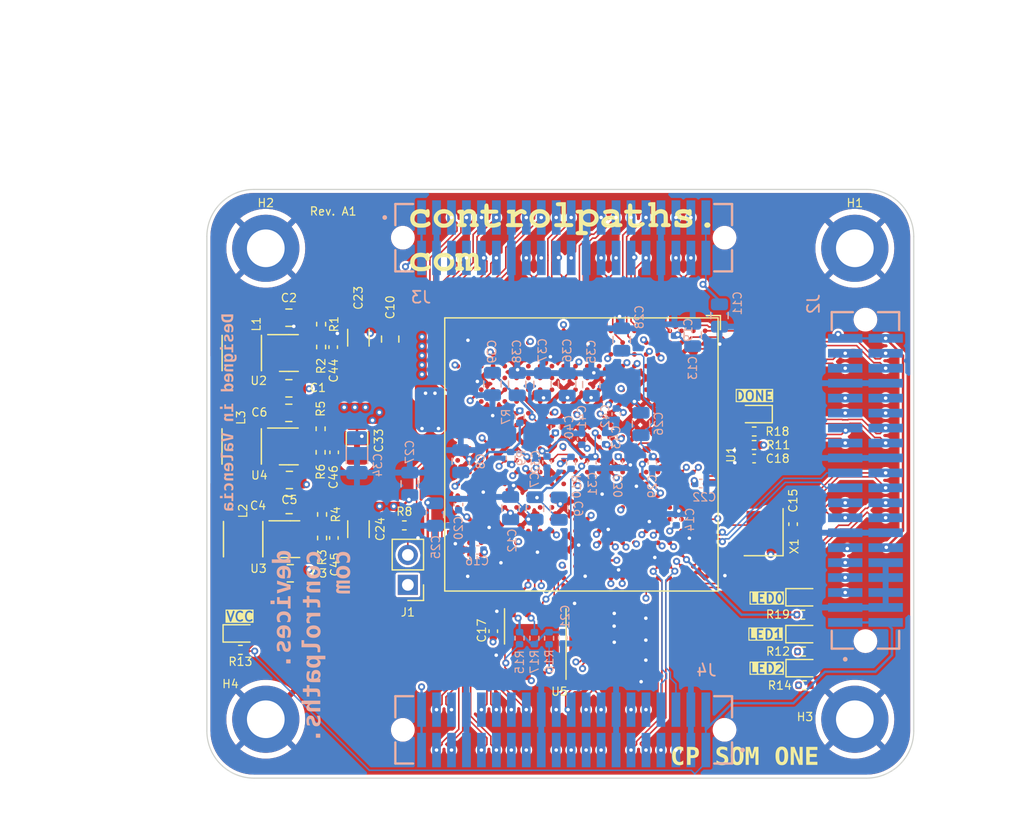
<source format=kicad_pcb>
(kicad_pcb (version 20221018) (generator pcbnew)
  (layers (0 "F.Cu" signal) (1 "In1.Cu" signal) (2 "In2.Cu" signal) (31 "B.Cu" signal) (34 "B.Paste" user) (35 "F.Paste" user) (36 "B.SilkS" user "B.Silkscreen") (37 "F.SilkS" user "F.Silkscreen") (38 "B.Mask" user) (39 "F.Mask" user) (44 "Edge.Cuts" user))
  (net 0 "")
  (net 1 "USER_LED1")
  (net 2 "USER_LED2")
  (net 3 "USER_LED0")
  (net 4 "CONN3.5_N")
  (net 5 "CONN3.6_P")
  (net 6 "CONN3.5_P")
  (net 7 "CONN3.6_N")
  (net 8 "CONN3.7_P")
  (net 9 "CONN3.8_N")
  (net 10 "CONN3.7_N")
  (net 11 "CONN3.8_P")
  (net 12 "CONN3.9_P")
  (net 13 "CONN3.10_N")
  (net 14 "CONN3.9_N")
  (net 15 "CONN3.10_P")
  (net 16 "CONN3.11_N")
  (net 17 "CONN3.12_N")
  (net 18 "CONN3.11_P")
  (net 19 "CONN3.12_P")
  (net 20 "CONN3.13_N")
  (net 21 "CONN3.14_N")
  (net 22 "CONN3.13_P")
  (net 23 "CONN3.14_P")
  (net 48 "Net-(U1B-IO_L13P_T2_MRCC_16)")
  (net 146 "+5V")
  (net 147 "GND")
  (net 148 "Net-(D2-A)")
  (net 149 "+1V8")
  (net 150 "+1V0")
  (net 151 "Net-(U2-FB)")
  (net 152 "Net-(U3-FB)")
  (net 153 "Net-(U4-FB)")
  (net 154 "Net-(U2-SW)")
  (net 155 "Net-(U3-SW)")
  (net 156 "Net-(U4-SW)")
  (net 157 "Net-(J1-Pin_2)")
  (net 158 "Net-(U1F-CFGBVS_0)")
  (net 159 "+3V3")
  (net 160 "Net-(U1F-INIT_B_0)")
  (net 161 "Net-(U1F-PROGRAM_B_0)")
  (net 162 "FLASH_SCLK")
  (net 163 "/FPGA_bank13_14/FLASH_D2")
  (net 164 "/FPGA_bank13_14/FLASH_D0")
  (net 166 "/FPGA_bank13_14/FLASH_D3")
  (net 167 "/FPGA_bank13_14/FLASH_D1")
  (net 169 "/FPGA_bank13_14/FLASH_CS")
  (net 174 "CONN1.1_P")
  (net 175 "CONN1.2_P")
  (net 176 "CONN1.1_N")
  (net 177 "CONN1.2_N")
  (net 178 "CONN1.3_P")
  (net 179 "CONN1.4_P")
  (net 180 "CONN1.3_N")
  (net 181 "CONN1.4_N")
  (net 182 "CONN1.5_P")
  (net 183 "CONN1.6_P")
  (net 184 "CONN1.5_N")
  (net 185 "CONN1.6_N")
  (net 186 "CONN1.7_P")
  (net 187 "CONN1.8_P")
  (net 188 "CONN1.7_N")
  (net 189 "CONN1.8_N")
  (net 190 "CONN1.9_P")
  (net 191 "CONN1.10_P")
  (net 192 "CONN1.9_N")
  (net 193 "CONN1.10_N")
  (net 194 "CONN1.11_P")
  (net 195 "CONN1.12_P")
  (net 196 "CONN1.11_N")
  (net 197 "CONN1.12_N")
  (net 198 "CONN1.13_P")
  (net 199 "CONN1.14_P")
  (net 200 "CONN1.13_N")
  (net 201 "CONN1.14_N")
  (net 202 "CONN2.1_P")
  (net 203 "CONN2.2_P")
  (net 204 "CONN2.1_N")
  (net 205 "CONN2.2_N")
  (net 206 "CONN2.3_P")
  (net 207 "CONN2.4_P")
  (net 208 "CONN2.3_N")
  (net 209 "CONN2.4_N")
  (net 210 "CONN2.5_P")
  (net 211 "CONN2.6_P")
  (net 212 "CONN2.5_N")
  (net 213 "CONN2.6_N")
  (net 214 "CONN2.7_P")
  (net 215 "CONN2.8_P")
  (net 216 "CONN2.7_N")
  (net 217 "CONN2.8_N")
  (net 218 "CONN2.9_P")
  (net 219 "CONN2.10_P")
  (net 220 "CONN2.9_N")
  (net 221 "CONN2.10_N")
  (net 222 "CONN2.11_P")
  (net 223 "CONN2.12_P")
  (net 224 "CONN2.11_N")
  (net 225 "CONN2.12_N")
  (net 226 "CONN2.13_P")
  (net 227 "CONN2.14_P")
  (net 228 "CONN2.13_N")
  (net 229 "CONN2.14_N")
  (net 234 "Net-(D1-A)")
  (net 238 "Net-(D3-A)")
  (net 239 "Net-(D4-A)")
  (net 240 "Net-(U1F-DONE_0)")
  (net 285 "JTAG_TDI")
  (net 286 "JTAG_TMS")
  (net 287 "JTAG_TDO")
  (net 288 "JTAG_TCK")
  (net 289 "Net-(D5-A)")
  (footprint "Capacitor_SMD:C_0402_1005Metric" (layer "F.Cu") (at 120.919 89.694 -90)
    (fp_text reference "C45")
    (fp_text value "0.47u")
  )
  (footprint "Resistor_SMD:R_0402_1005Metric" (layer "F.Cu") (at 160.87 102.2)
    (fp_text reference "R14")
    (fp_text value "10k")
  )
  (footprint "LED_SMD:LED_0603_1608Metric" (layer "F.Cu") (at 160.77 94.73)
    (fp_text reference "D5" hide)
    (fp_text value "USER_LED")
  )
  (footprint "Connector_PinHeader_2.54mm:PinHeader_1x02_P2.54mm_Vertical" (layer "F.Cu") (at 127.2 93.675 180)
    (fp_text reference "J1")
    (fp_text value "Conn_01x02_Pin")
  )
  (footprint "MountingHole:MountingHole_3.2mm_M3_ISO7380_Pad" (layer "F.Cu") (at 165.14 105.09)
    (fp_text reference "H3")
    (fp_text value "MountingHole_Pad")
  )
  (footprint "Package_BGA:FB-BGA-484_23.0x23.0mm_Layout22x22_P1.0mm" (layer "F.Cu") (at 141.93 82.6 -90)
    (fp_text reference "U1")
    (fp_text value "XC7A35T-FGG484")
  )
  (footprint "Crystal:Crystal_SMD_3225-4Pin_3.2x2.5mm" (layer "F.Cu") (at 157.4 89.2 90)
    (fp_text reference "X1")
    (fp_text value "SG-8018CE")
  )
  (footprint "MountingHole:MountingHole_3.2mm_M3_ISO7380_Pad" (layer "F.Cu") (at 165.14 65.09)
    (fp_text reference "H1")
    (fp_text value "MountingHole_Pad")
  )
  (footprint "Capacitor_SMD:C_1206_3216Metric" (layer "F.Cu") (at 122.8815 81.419 -90)
    (fp_text reference "C33")
    (fp_text value "100u")
  )
  (footprint "Package_TO_SOT_SMD:SOT-23-5" (layer "F.Cu") (at 117.219 89.794)
    (fp_text reference "U3")
    (fp_text value "TLV62565DBVR")
  )
  (footprint "inductors:IND_LQH3NPN2R2MJRL" (layer "F.Cu") (at 113.094 81.919 90)
    (fp_text reference "L3")
    (fp_text value "2u2")
  )
  (footprint "Resistor_SMD:R_0402_1005Metric" (layer "F.Cu") (at 160.73 96.21)
    (fp_text reference "R19")
    (fp_text value "10k")
  )
  (footprint "Capacitor_SMD:C_0805_2012Metric" (layer "F.Cu") (at 117.219 92.694 180)
    (fp_text reference "C3")
    (fp_text value "4u7")
  )
  (footprint "LED_SMD:LED_0603_1608Metric" (layer "F.Cu") (at 156.65 79.17 180)
    (fp_text reference "D1" hide)
    (fp_text value "DONE" hide)
  )
  (footprint "LED_SMD:LED_0603_1608Metric" (layer "F.Cu") (at 160.78 100.75)
    (fp_text reference "D4" hide)
    (fp_text value "USER_LED")
  )
  (footprint "cplogo:logo25mm" (layer "F.Cu") (at 140.124969 64.1)
    (fp_text reference "U6" hide)
    (fp_text value "cp_logo25mm" hide)
  )
  (footprint "Capacitor_SMD:C_0402_1005Metric" (layer "F.Cu") (at 156.59 82.95 180)
    (fp_text reference "C18")
    (fp_text value "0.47u")
  )
  (footprint "Resistor_SMD:R_0402_1005Metric" (layer "F.Cu") (at 156.59 81.8)
    (fp_text reference "R11")
    (fp_text value "330")
  )
  (footprint "inductors:IND_LQH3NPN2R2MJRL" (layer "F.Cu") (at 113.219 89.794 90)
    (fp_text reference "L2")
    (fp_text value "2u2")
  )
  (footprint "Resistor_SMD:R_0402_1005Metric" (layer "F.Cu") (at 119.839 73.474 90)
    (fp_text reference "R2")
    (fp_text value "22k")
  )
  (footprint "Resistor_SMD:R_0402_1005Metric" (layer "F.Cu") (at 119.919 87.694 -90)
    (fp_text reference "R4")
    (fp_text value "240k")
  )
  (footprint "Resistor_SMD:R_0402_1005Metric" (layer "F.Cu") (at 112.9875 99.2 180)
    (fp_text reference "R13")
    (fp_text value "10k")
  )
  (footprint "Capacitor_SMD:C_1206_3216Metric" (layer "F.Cu") (at 123.0065 88.944 -90)
    (fp_text reference "C24")
    (fp_text value "47u")
  )
  (footprint "Resistor_SMD:R_0402_1005Metric" (layer "F.Cu") (at 119.794 82.419 -90)
    (fp_text reference "R6")
    (fp_text value "33k")
  )
  (footprint "MountingHole:MountingHole_3.2mm_M3_ISO7380_Pad" (layer "F.Cu") (at 115.14 65.09)
    (fp_text reference "H2")
    (fp_text value "MountingHole_Pad")
  )
  (footprint "Resistor_SMD:R_0402_1005Metric" (layer "F.Cu") (at 119.919 89.694 -90)
    (fp_text reference "R3")
    (fp_text value "120k")
  )
  (footprint "Capacitor_SMD:C_0402_1005Metric" (layer "F.Cu") (at 159.9 88.52 90)
    (fp_text reference "C15")
    (fp_text value "0.47u")
  )
  (footprint "Package_TO_SOT_SMD:SOT-23-5" (layer "F.Cu") (at 117.1015 73.984)
    (fp_text reference "U2")
    (fp_text value "TLV62565DBVR")
  )
  (footprint "Resistor_SMD:R_0402_1005Metric" (layer "F.Cu") (at 119.794 80.419 -90)
    (fp_text reference "R5")
    (fp_text value "22k")
  )
  (footprint "LED_SMD:LED_0603_1608Metric" (layer "F.Cu") (at 113 97.8)
    (fp_text reference "D2" hide)
    (fp_text value "VCC" hide)
  )
  (footprint "inductors:IND_LQH3NPN2R2MJRL" (layer "F.Cu") (at 113.1015 73.984 90)
    (fp_text reference "L1")
    (fp_text value "2u2")
  )
  (footprint "Capacitor_SMD:C_0805_2012Metric" (layer "F.Cu") (at 117.094 79.069)
    (fp_text reference "C6")
    (fp_text value "10u")
  )
  (footprint "Resistor_SMD:R_0402_1005Metric" (layer "F.Cu") (at 119.839 71.534 -90)
    (fp_text reference "R1")
    (fp_text value "100k")
  )
  (footprint "Resistor_SMD:R_0402_1005Metric" (layer "F.Cu") (at 160.79 99.34)
    (fp_text reference "R12")
    (fp_text value "10k")
  )
  (footprint "Capacitor_SMD:C_1206_3216Metric" (layer "F.Cu") (at 123.0015 72.684 -90)
    (fp_text reference "C23")
    (fp_text value "47u")
  )
  (footprint "Resistor_SMD:R_0402_1005Metric" (layer "F.Cu") (at 156.6 80.65 180)
    (fp_text reference "R18")
    (fp_text value "100")
  )
  (footprint "Package_SON:WSON-8-1EP_6x5mm_P1.27mm_EP3.4x4mm" (layer "F.Cu") (at 138.015 98.7025 90)
    (fp_text reference "U5")
    (fp_text value "MX25L12833F")
  )
  (footprint "Capacitor_SMD:C_0805_2012Metric" (layer "F.Cu") (at 117.119 86.894)
    (fp_text reference "C4")
    (fp_text value "10u")
  )
  (footprint "Capacitor_SMD:C_0402_1005Metric" (layer "F.Cu") (at 120.864 73.484 90)
    (fp_text reference "C44")
    (fp_text value "0.47u")
  )
  (footprint "Capacitor_SMD:C_0402_1005Metric" (layer "F.Cu") (at 134.45 97.61 90)
    (fp_text reference "C17")
    (fp_text value "0.47u")
  )
  (footprint "Capacitor_SMD:C_0402_1005Metric" (layer "F.Cu") (at 120.944 82.419 -90)
    (fp_text reference "C46")
    (fp_text value "0.47u")
  )
  (footprint "Capacitor_SMD:C_0805_2012Metric" (layer "F.Cu") (at 117.144 84.769 180)
    (fp_text reference "C5")
    (fp_text value "4u7")
  )
  (footprint "LED_SMD:LED_0603_1608Metric" (layer "F.Cu") (at 160.77 97.86)
    (fp_text reference "D3" hide)
    (fp_text value "USER_LED")
  )
  (footprint "Capacitor_SMD:C_0805_2012Metric" (layer "F.Cu") (at 117.1015 76.984 180)
    (fp_text reference "C1")
    (fp_text value "4u7")
  )
  (footprint "MountingHole:MountingHole_3.2mm_M3_ISO7380_Pad" (layer "F.Cu") (at 115.14 105.09)
    (fp_text reference "H4")
    (fp_text value "MountingHole_Pad")
  )
  (footprint "Resistor_SMD:R_0402_1005Metric" (layer "F.Cu") (at 126.9 88.625)
    (fp_text reference "R8")
    (fp_text value "4k7")
  )
  (footprint "Capacitor_SMD:C_0805_2012Metric" (layer "F.Cu") (at 117.1015 70.984)
    (fp_text reference "C2")
    (fp_text value "10u")
  )
  (footprint "Capacitor_SMD:C_0805_2012Metric" (layer "F.Cu") (at 125.7 72.8 -90)
    (fp_text reference "C10")
    (fp_text value "4u7")
  )
  (footprint "Package_TO_SOT_SMD:SOT-23-5" (layer "F.Cu") (at 117.094 81.919)
    (fp_text reference "U4")
    (fp_text value "TLV62565DBVR")
  )
  (footprint "Capacitor_SMD:C_0805_2012Metric" (layer "B.Cu") (at 153.65 70.8 -90)
    (fp_text reference "C11")
    (fp_text value "4u7")
  )
  (footprint "Resistor_SMD:R_0402_1005Metric" (layer "B.Cu") (at 135.93 82.9 90)
    (fp_text reference "R9")
    (fp_text value "4k7")
  )
  (footprint "Capacitor_SMD:C_0805_2012Metric" (layer "B.Cu") (at 136.48 76.63 90)
    (fp_text reference "C38")
    (fp_text value "4u7")
  )
  (footprint "Capacitor_SMD:C_0402_1005Metric" (layer "B.Cu") (at 139.72 80.27 90)
    (fp_text reference "C40")
    (fp_text value "0.47u")
  )
  (footprint "Capacitor_SMD:C_0402_1005Metric" (layer "B.Cu") (at 143.98 81.25 90)
    (fp_text reference "C42")
    (fp_text value "0.47u")
  )
  (footprint "Capacitor_SMD:C_0402_1005Metric" (layer "B.Cu") (at 145.06 83.27 -90)
    (fp_text reference "C30")
    (fp_text value "0.47u")
  )
  (footprint "Capacitor_SMD:C_0402_1005Metric" (layer "B.Cu") (at 142.82 83.3 -90)
    (fp_text reference "C31")
    (fp_text value "0.47u")
  )
  (footprint "Capacitor_SMD:C_0805_2012Metric" (layer "B.Cu") (at 131.69 83.18 90)
    (fp_text reference "C8")
    (fp_text value "4u7")
  )
  (footprint "samtec:SAMTEC_TFM-120-02-S-D-A" (layer "B.Cu") (at 140.4275 64.19)
    (fp_text reference "J3")
    (fp_text value "Conn_02x20_Odd_Even")
  )
  (footprint "Resistor_SMD:R_0402_1005Metric" (layer "B.Cu") (at 136.68 98.2 -90)
    (fp_text reference "R15")
    (fp_text value "4k7")
  )
  (footprint "Capacitor_SMD:C_0402_1005Metric" (layer "B.Cu") (at 144.89 79.17 -90)
    (fp_text reference "C43")
    (fp_text value "0.47u")
  )
  (footprint "Capacitor_SMD:C_0805_2012Metric" (layer "B.Cu") (at 135.92 87.16 90)
    (fp_text reference "C12")
    (fp_text value "4u7")
  )
  (footprint "samtec:SAMTEC_TFM-120-02-S-D-A" (layer "B.Cu") (at 166.04 84.8025 90)
    (fp_text reference "J2")
    (fp_text value "Conn_02x20_Odd_Even")
  )
  (footprint "Capacitor_SMD:C_0805_2012Metric" (layer "B.Cu") (at 129.5 87.7 -90)
    (fp_text reference "C25")
    (fp_text value "4u7")
  )
  (footprint "Capacitor_SMD:C_0805_2012Metric" (layer "B.Cu") (at 137.99 87.18 -90)
    (fp_text reference "C7")
    (fp_text value "4u7")
  )
  (footprint "Capacitor_SMD:C_0805_2012Metric" (layer "B.Cu") (at 127.36 85.09 90)
    (fp_text reference "C27")
    (fp_text value "4u7")
  )
  (footprint "Capacitor_SMD:C_0402_1005Metric" (layer "B.Cu") (at 152.06 85.07)
    (fp_text reference "C22")
    (fp_text value "0.47u")
  )
  (footprint "samtec:SAMTEC_TFM-120-02-S-D-A" (layer "B.Cu") (at 140.4275 105.99 180)
    (fp_text reference "J4")
    (fp_text value "Conn_02x20_Odd_Even")
  )
  (footprint "Capacitor_SMD:C_0805_2012Metric" (layer "B.Cu") (at 140.72 76.65 90)
    (fp_text reference "C36")
    (fp_text value "4u7")
  )
  (footprint "Resistor_SMD:R_0402_1005Metric" (layer "B.Cu") (at 139.19 98.21 -90)
    (fp_text reference "R16")
    (fp_text value "4k7")
  )
  (footprint "Capacitor_SMD:C_0805_2012Metric" (layer "B.Cu") (at 142.77 76.67 90)
    (fp_text reference "C35")
    (fp_text value "4u7")
  )
  (footprint "Capacitor_SMD:C_0805_2012Metric" (layer "B.Cu") (at 145.35 72.84 90)
    (fp_text reference "C28")
    (fp_text value "4u7")
  )
  (footprint "Capacitor_SMD:C_0402_1005Metric" (layer "B.Cu") (at 147.95 83.3 -90)
    (fp_text reference "C29")
    (fp_text value "0.47u")
  )
  (footprint "Resistor_SMD:R_0402_1005Metric" (layer "B.Cu") (at 141.05 83.31 -90)
    (fp_text reference "R10")
    (fp_text value "4k7")
  )
  (footprint "Resistor_SMD:R_0402_1005Metric" (layer "B.Cu") (at 137.94 98.2 90)
    (fp_text reference "R17")
    (fp_text value "4k7")
  )
  (footprint "Resistor_SMD:R_0402_1005Metric" (layer "B.Cu") (at 136.7 79.4 -90)
    (fp_text reference "R7")
    (fp_text value "4k7")
  )
  (footprint "Capacitor_SMD:C_0402_1005Metric" (layer "B.Cu") (at 131.5 86.85 90)
    (fp_text reference "C20")
    (fp_text value "0.47u")
  )
  (footprint "Capacitor_SMD:C_0805_2012Metric" (layer "B.Cu") (at 140.04 87.2 90)
    (fp_text reference "C9")
    (fp_text value "4u7")
  )
  (footprint "Capacitor_SMD:C_0402_1005Metric" (layer "B.Cu") (at 140.35 98.18 -90)
    (fp_text reference "C21")
    (fp_text value "0.47u")
  )
  (footprint "Capacitor_SMD:C_1206_3216Metric" (layer "B.Cu") (at 122.88 82.67 -90)
    (fp_text reference "C34")
    (fp_text value "100u")
  )
  (footprint "Capacitor_SMD:C_0402_1005Metric" (layer "B.Cu") (at 141.96 81.29 90)
    (fp_text reference "C41")
    (fp_text value "0.47u")
  )
  (footprint "Capacitor_SMD:C_0805_2012Metric" (layer "B.Cu") (at 138.63 76.64 90)
    (fp_text reference "C37")
    (fp_text value "4u7")
  )
  (footprint "Capacitor_SMD:C_0402_1005Metric" (layer "B.Cu") (at 139.01 83.25 -90)
    (fp_text reference "C32")
    (fp_text value "0.47u")
  )
  (footprint "Capacitor_SMD:C_0805_2012Metric" (layer "B.Cu") (at 146.99 80.01 90)
    (fp_text reference "C26")
    (fp_text value "4u7")
  )
  (footprint "Capacitor_SMD:C_0805_2012Metric" (layer "B.Cu") (at 151.38 72.45 90)
    (fp_text reference "C13")
    (fp_text value "4u7")
  )
  (footprint "Capacitor_SMD:C_0402_1005Metric" (layer "B.Cu") (at 133.14 90.71 180)
    (fp_text reference "C16")
    (fp_text value "0.47u")
  )
  (footprint "Capacitor_SMD:C_0402_1005Metric" (layer "B.Cu") (at 149.98 88.14 90)
    (fp_text reference "C14")
    (fp_text value "0.47u")
  )
  (footprint "Capacitor_SMD:C_0805_2012Metric" (layer "B.Cu") (at 134.38 76.61 -90)
    (fp_text reference "C39")
    (fp_text value "4u7")
  )
  (footprint "Capacitor_SMD:C_0402_1005Metric" (layer "B.Cu") (at 149.83 72.03 90)
    (fp_text reference "C19")
    (fp_text value "0.47u")
  )
  (gr_arc (start 110.14 64.09) (mid 111.311573 61.261573) (end 114.14 60.09) (stroke (width 0.1)) (layer "Edge.Cuts"))
  (gr_arc (start 114.14 110.09) (mid 111.311573 108.918427) (end 110.14 106.09) (stroke (width 0.1)) (layer "Edge.Cuts"))
  (gr_arc (start 170.14 106.09) (mid 168.968427 108.918427) (end 166.14 110.09) (stroke (width 0.1)) (layer "Edge.Cuts"))
  (gr_line locked (start 166.14 110.09) (end 114.14 110.09) (stroke (width 0.1)) (layer "Edge.Cuts"))
  (gr_line locked (start 170.14 64.09) (end 170.14 106.09) (stroke (width 0.1)) (layer "Edge.Cuts"))
  (gr_line locked (start 110.14 64.09) (end 110.14 106.09) (stroke (width 0.1)) (layer "Edge.Cuts"))
  (gr_line locked (start 114.14 60.09) (end 166.14 60.09) (stroke (width 0.1)) (layer "Edge.Cuts"))
  (gr_arc (start 166.14 60.09) (mid 168.968427 61.261573) (end 170.14 64.09) (stroke (width 0.1)) (layer "Edge.Cuts"))
  (gr_text "Designed in Valencia" (at 112.55 70.61 90) (layer "B.SilkS") (effects (font (size 1 1) (thickness 0.25) bold) (justify left bottom mirror)))
  (gr_text "devices.\ncontrolpaths.\ncom" (at 122.54 90.7 90) (layer "B.SilkS") (effects (font (size 1.5 1.5) (thickness 0.3) bold) (justify left bottom mirror)))
  (gr_text "DONE" (at 154.9 78.1) (layer "F.SilkS" knockout) (effects (font (size 0.8 0.8)) (justify left bottom)))
  (gr_text "VCC" (at 111.71 96.84) (layer "F.SilkS" knockout) (effects (font (size 0.8 0.8)) (justify left bottom)))
  (gr_text "LED2" (at 156.0775 101.26) (layer "F.SilkS" knockout) (effects (font (size 0.8 0.8) (thickness 0.15) bold) (justify left bottom)))
  (gr_text "Rev. A1" (at 118.81 62.36) (layer "F.SilkS") (effects (font (size 0.7 0.7) (thickness 0.1)) (justify left bottom)))
  (gr_text "LED1" (at 155.9775 98.36) (layer "F.SilkS" knockout) (effects (font (size 0.8 0.8) (thickness 0.15) bold) (justify left bottom)))
  (gr_text "CP SOM ONE" (at 149.47 109.22) (layer "F.SilkS") (effects (font (size 1.5 1.5) (thickness 0.3) bold) (justify left bottom)))
  (gr_text "LED0" (at 156.0775 95.3) (layer "F.SilkS" knockout) (effects (font (size 0.8 0.8) (thickness 0.15) bold) (justify left bottom)))
  (segment (start 145.43 93.1) (end 145.43 93.5235) (width 0.127) (layer "F.Cu") (net 1))
  (segment (start 145.43 93.5235) (end 145.3935 93.56) (width 0.127) (layer "F.Cu") (net 1))
  (via (at 145.3935 93.56) (size 0.6) (drill 0.3) (layers "F.Cu" "B.Cu") (net 1))
  (via (at 160.28 99.34) (size 0.6) (drill 0.3) (layers "F.Cu" "B.Cu") (net 1))
  (segment (start 144.43 93.1) (end 144.43 93.57) (width 0.127) (layer "F.Cu") (net 2))
  (via (at 160.36 102.2) (size 0.6) (drill 0.3) (layers "F.Cu" "B.Cu") (net 2))
  (via (at 144.43 93.57) (size 0.6) (drill 0.3) (layers "F.Cu" "B.Cu") (net 2))
  (segment (start 150.43 91.1) (end 150.43 91.11) (width 0.2) (layer "F.Cu") (net 3))
  (segment (start 150.43 91.11) (end 150.85 91.53) (width 0.2) (layer "F.Cu") (net 3))
  (via (at 150.85 91.53) (size 0.6) (drill 0.3) (layers "F.Cu" "B.Cu") (net 3))
  (via (at 160.22 96.21) (size 0.6) (drill 0.3) (layers "F.Cu" "B.Cu") (net 3))
  (segment (start 150.85 91.53) (end 155.53 96.21) (width 0.2) (layer "B.Cu") (net 3))
  (segment (start 155.53 96.21) (end 160.22 96.21) (width 0.2) (layer "B.Cu") (net 3))
  (segment (start 162.766675 87.509175) (end 163.235 87.9775) (width 0.13335) (layer "F.Cu") (net 4))
  (segment (start 152.43 92.1) (end 154.424284 92.1) (width 0.13335) (layer "F.Cu") (net 4))
  (segment (start 162.166675 89.667609) (end 162.166675 88.009041) (width 0.13335) (layer "F.Cu") (net 4))
  (segment (start 162.666541 87.509175) (end 162.766675 87.509175) (width 0.13335) (layer "F.Cu") (net 4))
  (segment (start 163.235 87.9775) (end 164.325 87.9775) (width 0.13335) (layer "F.Cu") (net 4))
  (segment (start 159.021409 92.812875) (end 162.166675 89.667609) (width 0.13335) (layer "F.Cu") (net 4))
  (segment (start 162.166675 88.009041) (end 162.666541 87.509175) (width 0.13335) (layer "F.Cu") (net 4))
  (segment (start 154.424284 92.1) (end 155.137159 92.812875) (width 0.13335) (layer "F.Cu") (net 4))
  (segment (start 155.137159 92.812875) (end 159.021409 92.812875) (width 0.13335) (layer "F.Cu") (net 4))
  (via (at 164.325 87.9775) (size 0.6) (drill 0.3) (layers "F.Cu" "B.Cu") (net 4))
  (segment (start 158.950015 93.900005) (end 163.903345 88.946675) (width 0.13335) (layer "F.Cu") (net 5))
  (segment (start 150.43 93.1) (end 150.89 93.56) (width 0.13335) (layer "F.Cu") (net 5))
  (segment (start 166.196675 87.509175) (end 166.665 87.9775) (width 0.13335) (layer "F.Cu") (net 5))
  (segment (start 152.098626 93.900005) (end 158.950015 93.900005) (width 0.13335) (layer "F.Cu") (net 5))
  (segment (start 151.765296 93.566675) (end 152.098626 93.900005) (width 0.13335) (layer "F.Cu") (net 5))
  (segment (start 151.06 93.56) (end 151.066675 93.566675) (width 0.13335) (layer "F.Cu") (net 5))
  (segment (start 151.066675 93.566675) (end 151.765296 93.566675) (width 0.13335) (layer "F.Cu") (net 5))
  (segment (start 166.176541 87.509175) (end 166.196675 87.509175) (width 0.13335) (layer "F.Cu") (net 5))
  (segment (start 164.739041 88.946675) (end 166.176541 87.509175) (width 0.13335) (layer "F.Cu") (net 5))
  (segment (start 166.665 87.9775) (end 167.755 87.9775) (width 0.13335) (layer "F.Cu") (net 5))
  (segment (start 163.903345 88.946675) (end 164.739041 88.946675) (width 0.13335) (layer "F.Cu") (net 5))
  (segment (start 150.89 93.56) (end 151.06 93.56) (width 0.13335) (layer "F.Cu") (net 5))
  (via (at 167.755 87.9775) (size 0.6) (drill 0.3) (layers "F.Cu" "B.Cu") (net 5))
  (segment (start 161.833325 89.529531) (end 161.833325 87.870959) (width 0.13335) (layer "F.Cu") (net 6))
  (segment (start 152.103371 91.76665) (end 152.236696 91.633325) (width 0.13335) (layer "F.Cu") (net 6))
  (segment (start 151.76335 91.76665) (end 152.103371 91.76665) (width 0.13335) (layer "F.Cu") (net 6))
  (segment (start 151.43 92.1) (end 151.76335 91.76665) (width 0.13335) (layer "F.Cu") (net 6))
  (segment (start 152.623304 91.633325) (end 152.756629 91.76665) (width 0.13335) (layer "F.Cu") (net 6))
  (segment (start 152.236696 91.633325) (end 152.623304 91.633325) (width 0.13335) (layer "F.Cu") (net 6))
  (segment (start 155.275241 92.479525) (end 158.883331 92.479525) (width 0.13335) (layer "F.Cu") (net 6))
  (segment (start 161.833325 87.870959) (end 162.996784 86.7075) (width 0.13335) (layer "F.Cu") (net 6))
  (segment (start 152.756629 91.76665) (end 154.562366 91.76665) (width 0.13335) (layer "F.Cu") (net 6))
  (segment (start 162.996784 86.7075) (end 164.325 86.7075) (width 0.13335) (layer "F.Cu") (net 6))
  (segment (start 154.562366 91.76665) (end 155.275241 92.479525) (width 0.13335) (layer "F.Cu") (net 6))
  (segment (start 158.883331 92.479525) (end 161.833325 89.529531) (width 0.13335) (layer "F.Cu") (net 6))
  (via (at 164.325 86.7075) (size 0.6) (drill 0.3) (layers "F.Cu" "B.Cu") (net 6))
  (segment (start 151.963325 93.283325) (end 151.963325 93.293304) (width 0.13335) (layer "F.Cu") (net 7))
  (segment (start 166.196675 87.175825) (end 166.665 86.7075) (width 0.13335) (layer "F.Cu") (net 7))
  (segment (start 151.78 93.1) (end 151.963325 93.283325) (width 0.13335) (layer "F.Cu") (net 7))
  (segment (start 164.600959 88.613325) (end 166.038459 87.175825) (width 0.13335) (layer "F.Cu") (net 7))
  (segment (start 152.236696 93.566675) (end 158.811913 93.566675) (width 0.13335) (layer "F.Cu") (net 7))
  (segment (start 158.811913 93.566675) (end 163.765263 88.613325) (width 0.13335) (layer "F.Cu") (net 7))
  (segment (start 151.43 93.1) (end 151.78 93.1) (width 0.13335) (layer "F.Cu") (net 7))
  (segment (start 163.765263 88.613325) (end 164.600959 88.613325) (width 0.13335) (layer "F.Cu") (net 7))
  (segment (start 151.963325 93.293304) (end 152.236696 93.566675) (width 0.13335) (layer "F.Cu") (net 7))
  (segment (start 166.038459 87.175825) (end 166.196675 87.175825) (width 0.13335) (layer "F.Cu") (net 7))
  (segment (start 166.665 86.7075) (end 167.755 86.7075) (width 0.13335) (layer "F.Cu") (net 7))
  (via (at 167.755 86.7075) (size 0.6) (drill 0.3) (layers "F.Cu" "B.Cu") (net 7))
  (segment (start 153.666676 89.433324) (end 153.9 89.2) (width 0.13335) (layer "F.Cu") (net 8))
  (segment (start 152.763324 89.433324) (end 153.666676 89.433324) (width 0.13335) (layer "F.Cu") (net 8))
  (segment (start 152.43 89.1) (end 152.763324 89.433324) (width 0.13335) (layer "F.Cu") (net 8))
  (via (at 153.9 89.2) (size 0.6) (drill 0.3) (layers "F.Cu" "B.Cu") (net 8))
  (segment (start 162.7625 84.1675) (end 164.325 84.1675) (width 0.13335) (layer "B.Cu") (net 8))
  (segment (start 159.104284 84.63) (end 160.7 84.63) (width 0.13335) (layer "B.Cu") (net 8))
  (segment (start 160.705825 84.635825) (end 162.294175 84.635825) (width 0.13335) (layer "B.Cu") (net 8))
  (segment (start 154.133324 89.433324) (end 154.30096 89.433324) (width 0.13335) (layer "B.Cu") (net 8))
  (segment (start 154.30096 89.433324) (end 159.104284 84.63) (width 0.13335) (layer "B.Cu") (net 8))
  (segment (start 160.7 84.63) (end 160.705825 84.635825) (width 0.13335) (layer "B.Cu") (net 8))
  (segment (start 153.9 89.2) (end 154.133324 89.433324) (width 0.13335) (layer "B.Cu") (net 8))
  (segment (start 162.294175 84.635825) (end 162.7625 84.1675) (width 0.13335) (layer "B.Cu") (net 8))
  (segment (start 161.466675 86.779041) (end 163.744865 84.500851) (width 0.13335) (layer "F.Cu") (net 9))
  (segment (start 154.374284 91.1) (end 155.420959 92.146675) (width 0.13335) (layer "F.Cu") (net 9))
  (segment (start 158.744753 92.146675) (end 161.466675 89.424753) (width 0.13335) (layer "F.Cu") (net 9))
  (segment (start 155.420959 92.146675) (end 158.744753 92.146675) (width 0.13335) (layer "F.Cu") (net 9))
  (segment (start 166.818351 84.500851) (end 167.755 85.4375) (width 0.13335) (layer "F.Cu") (net 9))
  (segment (start 161.466675 89.424753) (end 161.466675 86.779041) (width 0.13335) (layer "F.Cu") (net 9))
  (segment (start 152.43 91.1) (end 154.374284 91.1) (width 0.13335) (layer "F.Cu") (net 9))
  (segment (start 163.744865 84.500851) (end 166.818351 84.500851) (width 0.13335) (layer "F.Cu") (net 9))
  (via (at 167.755 85.4375) (size 0.6) (drill 0.3) (layers "F.Cu" "B.Cu") (net 9))
  (segment (start 152.43 90.1) (end 152.763324 89.766676) (width 0.13335) (layer "F.Cu") (net 10))
  (segment (start 153.666676 89.766676) (end 153.9 90) (width 0.13335) (layer "F.Cu") (net 10))
  (segment (start 152.763324 89.766676) (end 153.666676 89.766676) (width 0.13335) (layer "F.Cu") (net 10))
  (via (at 153.9 90) (size 0.6) (drill 0.3) (layers "F.Cu" "B.Cu") (net 10))
  (segment (start 154.43904 89.766676) (end 159.236541 84.969175) (width 0.13335) (layer "B.Cu") (net 10))
  (segment (start 159.236541 84.969175) (end 162.239175 84.969175) (width 0.13335) (layer "B.Cu") (net 10))
  (segment (start 153.9 90) (end 154.133324 89.766676) (width 0.13335) (layer "B.Cu") (net 10))
  (segment (start 162.7075 85.4375) (end 164.325 85.4375) (width 0.13335) (layer "B.Cu") (net 10))
  (segment (start 154.133324 89.766676) (end 154.43904 89.766676) (width 0.13335) (layer "B.Cu") (net 10))
  (segment (start 162.239175 84.969175) (end 162.7075 85.4375) (width 0.13335) (layer "B.Cu") (net 10))
  (segment (start 151.9 90.63) (end 151.93 90.63) (width 0.13335) (layer "F.Cu") (net 11))
  (segment (start 161.133325 86.640959) (end 163.606784 84.1675) (width 0.13335) (layer "F.Cu") (net 11))
  (segment (start 161.133325 89.286675) (end 161.133325 86.640959) (width 0.13335) (layer "F.Cu") (net 11))
  (segment (start 151.43 91.1) (end 151.9 90.63) (width 0.13335) (layer "F.Cu") (net 11))
  (segment (start 151.93 90.63) (end 151.933325 90.633325) (width 0.13335) (layer "F.Cu") (net 11))
  (segment (start 151.933325 90.633325) (end 152.623304 90.633325) (width 0.13335) (layer "F.Cu") (net 11))
  (segment (start 154.512366 90.76665) (end 155.559041 91.813325) (width 0.13335) (layer "F.Cu") (net 11))
  (segment (start 158.606675 91.813325) (end 161.133325 89.286675) (width 0.13335) (layer "F.Cu") (net 11))
  (segment (start 155.559041 91.813325) (end 158.606675 91.813325) (width 0.13335) (layer "F.Cu") (net 11))
  (segment (start 163.606784 84.1675) (end 167.755 84.1675) (width 0.13335) (layer "F.Cu") (net 11))
  (segment (start 152.623304 90.633325) (end 152.756629 90.76665) (width 0.13335) (layer "F.Cu") (net 11))
  (segment (start 152.756629 90.76665) (end 154.512366 90.76665) (width 0.13335) (layer "F.Cu") (net 11))
  (via (at 167.755 84.1675) (size 0.6) (drill 0.3) (layers "F.Cu" "B.Cu") (net 11))
  (segment (start 161.214998 80.9) (end 164.007738 80.9) (width 0.13335) (layer "F.Cu") (net 12))
  (segment (start 152.763324 86.433324) (end 155.681674 86.433324) (width 0.13335) (layer "F.Cu") (net 12))
  (segment (start 157.773218 84.34178) (end 161.214998 80.9) (width 0.13335) (layer "F.Cu") (net 12))
  (segment (start 157.76178 84.353218) (end 157.773218 84.353218) (width 0.13335) (layer "F.Cu") (net 12))
  (segment (start 152.43 86.1) (end 152.763324 86.433324) (width 0.13335) (layer "F.Cu") (net 12))
  (segment (start 164.007738 80.9) (end 164.354058 80.55368) (width 0.13335) (layer "F.Cu") (net 12))
  (segment (start 155.681674 86.433324) (end 157.76178 84.353218) (width 0.13335) (layer "F.Cu") (net 12))
  (segment (start 157.773218 84.353218) (end 157.843218 84.283218) (width 0.13335) (layer "F.Cu") (net 12))
  (segment (start 157.773218 84.353218) (end 157.773218 84.34178) (width 0.13335) (layer "F.Cu") (net 12))
  (via (at 164.354058 80.55368) (size 0.6) (drill 0.3) (layers "F.Cu" "B.Cu") (net 12))
  (segment (start 166.82346 81.159176) (end 167.286676 81.159176) (width 0.13335) (layer "F.Cu") (net 13))
  (segment (start 161.656065 79.987505) (end 164.697795 79.987505) (width 0.13335) (layer "F.Cu") (net 13))
  (segment (start 165.620959 79.956675) (end 166.82346 81.159176) (width 0.13335) (layer "F.Cu") (net 13))
  (segment (start 167.286676 81.159176) (end 167.755 81.6275) (width 0.13335) (layer "F.Cu") (net 13))
  (segment (start 164.728625 79.956675) (end 165.620959 79.956675) (width 0.13335) (layer "F.Cu") (net 13))
  (segment (start 152.43 85.1) (end 152.763324 84.766676) (width 0.13335) (layer "F.Cu") (net 13))
  (segment (start 164.697795 79.987505) (end 164.728625 79.956675) (width 0.13335) (layer "F.Cu") (net 13))
  (segment (start 156.876894 84.766676) (end 161.656065 79.987505) (width 0.13335) (layer "F.Cu") (net 13))
  (segment (start 152.763324 84.766676) (end 156.876894 84.766676) (width 0.13335) (layer "F.Cu") (net 13))
  (via (at 167.755 81.6275) (size 0.6) (drill 0.3) (layers "F.Cu" "B.Cu") (net 13))
  (segment (start 155.833324 86.766676) (end 161.36 81.24) (width 0.13335) (layer "F.Cu") (net 14))
  (segment (start 161.36 81.24) (end 163.9375 81.24) (width 0.13335) (layer "F.Cu") (net 14))
  (segment (start 152.43 87.1) (end 152.763324 86.766676) (width 0.13335) (layer "F.Cu") (net 14))
  (segment (start 152.763324 86.766676) (end 155.833324 86.766676) (width 0.13335) (layer "F.Cu") (net 14))
  (segment (start 163.9375 81.24) (end 164.325 81.6275) (width 0.13335) (layer "F.Cu") (net 14))
  (via (at 164.325 81.6275) (size 0.6) (drill 0.3) (layers "F.Cu" "B.Cu") (net 14))
  (segment (start 161.548817 79.623325) (end 164.059425 79.623325) (width 0.13335) (layer "F.Cu") (net 15))
  (segment (start 164.559725 79.654175) (end 164.590575 79.623325) (width 0.13335) (layer "F.Cu") (net 15))
  (segment (start 165.759041 79.623325) (end 166.96154 80.825824) (width 0.13335) (layer "F.Cu") (net 15))
  (segment (start 164.090275 79.654175) (end 164.559725 79.654175) (width 0.13335) (layer "F.Cu") (net 15))
  (segment (start 152.43 84.1) (end 152.763324 84.433324) (width 0.13335) (layer "F.Cu") (net 15))
  (segment (start 166.96154 80.825824) (end 167.286676 80.825824) (width 0.13335) (layer "F.Cu") (net 15))
  (segment (start 164.590575 79.623325) (end 165.759041 79.623325) (width 0.13335) (layer "F.Cu") (net 15))
  (segment (start 164.059425 79.623325) (end 164.090275 79.654175) (width 0.13335) (layer "F.Cu") (net 15))
  (segment (start 152.763324 84.433324) (end 156.738818 84.433324) (width 0.13335) (layer "F.Cu") (net 15))
  (segment (start 156.738818 84.433324) (end 161.548817 79.623325) (width 0.13335) (layer "F.Cu") (net 15))
  (segment (start 167.286676 80.825824) (end 167.755 80.3575) (width 0.13335) (layer "F.Cu") (net 15))
  (via (at 167.755 80.3575) (size 0.6) (drill 0.3) (layers "F.Cu" "B.Cu") (net 15))
  (segment (start 151.43 84.1) (end 151.455138 84.1) (width 0.13335) (layer "F.Cu") (net 16))
  (segment (start 151.455138 84.1) (end 151.858529 83.696609) (width 0.13335) (layer "F.Cu") (net 16))
  (via (at 164.325 79.0875) (size 0.6) (drill 0.3) (layers "F.Cu" "B.Cu") (net 16))
  (via (at 151.858529 83.696609) (size 0.6) (drill 0.3) (layers "F.Cu" "B.Cu") (net 16))
  (segment (start 148.43 74.1) (end 148.43 74.15) (width 0.13335) (layer "F.Cu") (net 17))
  (segment (start 148.43 74.15) (end 148.69 74.41) (width 0.13335) (layer "F.Cu") (net 17))
  (via (at 148.69 74.41) (size 0.6) (drill 0.3) (layers "F.Cu" "B.Cu") (net 17))
  (via (at 167.755 79.0875) (size 0.6) (drill 0.3) (layers "F.Cu" "B.Cu") (net 17))
  (segment (start 150.43 84.1) (end 150.84 83.69) (width 0.13335) (layer "F.Cu") (net 18))
  (via (at 150.84 83.69) (size 0.6) (drill 0.3) (layers "F.Cu" "B.Cu") (net 18))
  (via (at 164.325 77.8175) (size 0.6) (drill 0.3) (layers "F.Cu" "B.Cu") (net 18))
  (segment (start 147.43 74.1) (end 147.44 74.1) (width 0.13335) (layer "F.Cu") (net 19))
  (segment (start 147.44 74.1) (end 147.7 73.84) (width 0.13335) (layer "F.Cu") (net 19))
  (via (at 167.755 77.8175) (size 0.6) (drill 0.3) (layers "F.Cu" "B.Cu") (net 19))
  (via (at 147.7 73.84) (size 0.6) (drill 0.3) (layers "F.Cu" "B.Cu") (net 19))
  (segment (start 154.498597 73.796675) (end 154.551922 73.74335) (width 0.13335) (layer "F.Cu") (net 20))
  (segment (start 163.24 74.86) (end 163.6575 75.2775) (width 0.13335) (layer "F.Cu") (net 20))
  (segment (start 151.97 73.64) (end 152.01 73.64) (width 0.13335) (layer "F.Cu") (net 20))
  (segment (start 151.43 73.1) (end 151.97 73.64) (width 0.13335) (layer "F.Cu") (net 20))
  (segment (start 161.454284 74.86) (end 163.24 74.86) (width 0.13335) (layer "F.Cu") (net 20))
  (segment (start 153.396675 73.796675) (end 154.498597 73.796675) (width 0.13335) (layer "F.Cu") (net 20))
  (segment (start 163.6575 75.2775) (end 164.325 75.2775) (width 0.13335) (layer "F.Cu") (net 20))
  (segment (start 153.233325 73.633325) (end 153.396675 73.796675) (width 0.13335) (layer "F.Cu") (net 20))
  (segment (start 152.016675 73.633325) (end 153.233325 73.633325) (width 0.13335) (layer "F.Cu") (net 20))
  (segment (start 160.337634 73.74335) (end 161.454284 74.86) (width 0.13335) (layer "F.Cu") (net 20))
  (segment (start 152.01 73.64) (end 152.016675 73.633325) (width 0.13335) (layer "F.Cu") (net 20))
  (segment (start 154.551922 73.74335) (end 160.337634 73.74335) (width 0.13335) (layer "F.Cu") (net 20))
  (via (at 164.325 75.2775) (size 0.6) (drill 0.3) (layers "F.Cu" "B.Cu") (net 20))
  (segment (start 167.286676 74.809176) (end 167.755 75.2775) (width 0.13335) (layer "F.Cu") (net 21))
  (segment (start 160.094284 72.1) (end 161.347634 73.35335) (width 0.13335) (layer "F.Cu") (net 21))
  (segment (start 166.74346 74.809176) (end 167.286676 74.809176) (width 0.13335) (layer "F.Cu") (net 21))
  (segment (start 165.287634 73.35335) (end 166.74346 74.809176) (width 0.13335) (layer "F.Cu") (net 21))
  (segment (start 152.43 72.1) (end 160.094284 72.1) (width 0.13335) (layer "F.Cu") (net 21))
  (segment (start 161.347634 73.35335) (end 165.287634 73.35335) (width 0.13335) (layer "F.Cu") (net 21))
  (via (at 167.755 75.2775) (size 0.6) (drill 0.3) (layers "F.Cu" "B.Cu") (net 21))
  (segment (start 163.3 74.52) (end 163.8125 74.0075) (width 0.13335) (layer "F.Cu") (net 22))
  (segment (start 153.913325 72.633325) (end 154.69 73.41) (width 0.13335) (layer "F.Cu") (net 22))
  (segment (start 161.585712 74.52) (end 163.3 74.52) (width 0.13335) (layer "F.Cu") (net 22))
  (segment (start 163.8125 74.0075) (end 164.325 74.0075) (width 0.13335) (layer "F.Cu") (net 22))
  (segment (start 151.236696 72.633325) (end 153.913325 72.633325) (width 0.13335) (layer "F.Cu") (net 22))
  (segment (start 150.43 73.1) (end 150.79 73.1) (width 0.13335) (layer "F.Cu") (net 22))
  (segment (start 150.79 73.1) (end 150.88 73.01) (width 0.13335) (layer "F.Cu") (net 22))
  (segment (start 160.475712 73.41) (end 161.585712 74.52) (width 0.13335) (layer "F.Cu") (net 22))
  (segment (start 150.88 73.01) (end 150.88 72.990021) (width 0.13335) (layer "F.Cu") (net 22))
  (segment (start 154.69 73.41) (end 160.475712 73.41) (width 0.13335) (layer "F.Cu") (net 22))
  (segment (start 150.88 72.990021) (end 151.236696 72.633325) (width 0.13335) (layer "F.Cu") (net 22))
  (via (at 164.325 74.0075) (size 0.6) (drill 0.3) (layers "F.Cu" "B.Cu") (net 22))
  (segment (start 161.485716 73.02) (end 165.425716 73.02) (width 0.13335) (layer "F.Cu") (net 23))
  (segment (start 167.286676 74.475824) (end 167.755 74.0075) (width 0.13335) (layer "F.Cu") (net 23))
  (segment (start 152.756629 71.76665) (end 160.232366 71.76665) (width 0.13335) (layer "F.Cu") (net 23))
  (segment (start 165.425716 73.02) (end 166.88154 74.475824) (width 0.13335) (layer "F.Cu") (net 23))
  (segment (start 152.623304 71.633325) (end 152.756629 71.76665) (width 0.13335) (layer "F.Cu") (net 23))
  (segment (start 152.033325 71.633325) (end 152.623304 71.633325) (width 0.13335) (layer "F.Cu") (net 23))
  (segment (start 152.03 71.63) (end 152.033325 71.633325) (width 0.13335) (layer "F.Cu") (net 23))
  (segment (start 160.232366 71.76665) (end 161.485716 73.02) (width 0.13335) (layer "F.Cu") (net 23))
  (segment (start 151.9 71.63) (end 152.03 71.63) (width 0.13335) (layer "F.Cu") (net 23))
  (segment (start 166.88154 74.475824) (end 167.286676 74.475824) (width 0.13335) (layer "F.Cu") (net 23))
  (segment (start 151.43 72.1) (end 151.9 71.63) (width 0.13335) (layer "F.Cu") (net 23))
  (via (at 167.755 74.0075) (size 0.6) (drill 0.3) (layers "F.Cu" "B.Cu") (net 23))
  (segment (start 150.43 89.1) (end 150.93 88.6) (width 0.127) (layer "F.Cu") (net 48))
  (segment (start 156.55 88.1) (end 156.45 88) (width 0.127) (layer "F.Cu") (net 48))
  (segment (start 150.93 88.6) (end 156.05 88.6) (width 0.127) (layer "F.Cu") (net 48))
  (segment (start 156.05 88.6) (end 156.55 88.1) (width 0.127) (layer "F.Cu") (net 48))
  (segment (start 118.169 94.627123) (end 118.169 92.694) (width 0.2) (layer "F.Cu") (net 146))
  (segment (start 118.504 92.694) (end 118.819 92.379) (width 0.2) (layer "F.Cu") (net 146))
  (segment (start 118.0515 76.984) (end 118.0515 75.1215) (width 0.2) (layer "F.Cu") (net 146))
  (segment (start 116.484 88.844) (end 118.3565 90.7165) (width 0.2) (layer "F.Cu") (net 146))
  (segment (start 118.094 84.769) (end 118.209 84.769) (width 0.2) (layer "F.Cu") (net 146))
  (segment (start 118.3565 90.7165) (end 118.3565 90.744) (width 0.2) (layer "F.Cu") (net 146))
  (segment (start 118.2315 82.869) (end 116.3315 80.969) (width 0.2) (layer "F.Cu") (net 146))
  (segment (start 116.3315 80.969) (end 115.9565 80.969) (width 0.2) (layer "F.Cu") (net 146))
  (segment (start 118.779 76.984) (end 118.814 77.019) (width 0.2) (layer "F.Cu") (net 146))
  (segment (start 113.4975 99.2) (end 113.596123 99.2) (width 0.2) (layer "F.Cu") (net 146))
  (segment (start 113.596123 99.2) (end 118.169 94.627123) (width 0.2) (layer "F.Cu") (net 146))
  (segment (start 118.094 84.769) (end 118.094 83.0065) (width 0.2) (layer "F.Cu") (net 146))
  (segment (start 118.169 90.9315) (end 118.3565 90.744) (width 0.2) (layer "F.Cu") (net 146))
  (segment (start 118.209 84.769) (end 118.594 85.154) (width 0.2) (layer "F.Cu") (net 146))
  (segment (start 118.0515 75.1215) (end 118.239 74.934) (width 0.2) (layer "F.Cu") (net 146))
  (segment (start 118.0515 76.984) (end 118.779 76.984) (width 0.2) (layer "F.Cu") (net 146))
  (segment (start 113.5975 99.3) (end 113.4975 99.2) (width 0.127) (layer "F.Cu") (net 146))
  (segment (start 118.169 92.694) (end 118.169 90.9315) (width 0.2) (layer "F.Cu") (net 146))
  (segment (start 118.094 83.0065) (end 118.2315 82.869) (width 0.2) (layer "F.Cu") (net 146))
  (segment (start 114.2 99.3) (end 113.5975 99.3) (width 0.127) (layer "F.Cu") (net 146))
  (segment (start 118.169 92.694) (end 118.504 92.694) (width 0.2) (layer "F.Cu") (net 146))
  (segment (start 116.0815 88.844) (end 116.484 88.844) (width 0.2) (layer "F.Cu") (net 146))
  (via (at 114.2 99.3) (size 0.6) (drill 0.3) (layers "F.Cu" "B.Cu") (net 146))
  (via (at 118.814 77.019) (size 0.6) (drill 0.3) (layers "F.Cu" "B.Cu") (net 146))
  (via (at 118.594 85.154) (size 0.6) (drill 0.3) (layers "F.Cu" "B.Cu") (net 146))
  (via (at 127 66.65) (size 0.6) (drill 0.3) (layers "F.Cu" "B.Cu") (net 146))
  (via (at 118.819 92.379) (size 0.6) (drill 0.3) (layers "F.Cu" "B.Cu") (net 146))
  (segment (start 152.4925 104.275) (end 152.4925 108.792) (width 0.127) (layer "B.Cu") (net 146))
  (segment (start 159.93 103.73) (end 154.732277 103.73) (width 0.2) (layer "B.Cu") (net 146))
  (segment (start 151.26 109.4285) (end 129.5715 109.4285) (width 0.127) (layer "B.Cu") (net 146))
  (segment (start 154.732277 103.73) (end 152.4925 105.969777) (width 0.2) (layer "B.Cu") (net 146))
  (segment (start 129.5715 109.4285) (end 123.9285 109.4285) (width 0.127) (layer "B.Cu") (net 146))
  (segment (start 114.2 99.7) (end 114.2 99.3) (width 0.127) (layer "B.Cu") (net 146))
  (segment (start 152.4925 104.275) (end 152.4925 107.705) (width 0.127) (layer "B.Cu") (net 146))
  (segment (start 168.29 97.4025) (end 168.29 99.65) (width 0.2) (layer "B.Cu") (net 146))
  (segment (start 128.3625 65.905) (end 127.745 65.905) (width 0.2) (layer "B.Cu") (net 146))
  (segment (start 127.745 65.905) (end 127 66.65) (width 0.2) (layer "B.Cu") (net 146))
  (segment (start 128.3625 62.475) (end 128.3625 65.905) (width 0.2) (layer "B.Cu") (net 146))
  (segment (start 162.61 101.05) (end 159.93 103.73) (width 0.2) (layer "B.Cu") (net 146))
  (segment (start 164.325 96.8675) (end 167.755 96.8675) (width 0.2) (layer "B.Cu") (net 146))
  (segment (start 152.4925 105.969777) (end 152.4925 104.275) (width 0.2) (layer "B.Cu") (net 146))
  (segment (start 151.558 109.7265) (end 151.26 109.4285) (width 0.127) (layer "B.Cu") (net 146))
  (segment (start 167.755 96.8675) (end 168.29 97.4025) (width 0.2) (layer "B.Cu") (net 146))
  (segment (start 168.29 99.65) (end 166.89 101.05) (width 0.2) (layer "B.Cu") (net 146))
  (segment (start 152.4925 108.792) (end 151.558 109.7265) (width 0.127) (layer "B.Cu") (net 146))
  (segment (start 123.9285 109.4285) (end 114.2 99.7) (width 0.127) (layer "B.Cu") (net 146))
  (segment (start 166.89 101.05) (end 162.61 101.05) (width 0.2) (layer "B.Cu") (net 146))
  (segment (start 132.43 83.03) (end 132.4 83) (width 0.127) (layer "F.Cu") (net 147))
  (segment (start 119.839 72.964) (end 120.824 72.964) (width 0.127) (layer "F.Cu") (net 147))
  (segment (start 143.43 86.1) (end 143.56 86.1) (width 0.127) (layer "F.Cu") (net 147))
  (segment (start 118.0515 70.984) (end 118.0515 71.1815) (width 0.127) (layer "F.Cu") (net 147))
  (segment (start 142.43 93.1) (end 142.41 93.1) (width 0.127) (layer "F.Cu") (net 147))
  (segment (start 136.43 85.1) (end 136.298349 85.1) (width 0.127) (layer "F.Cu") (net 147))
  (segment (start 142.43 73.13) (end 142.5 73.2) (width 0.127) (layer "F.Cu") (net 147))
  (segment (start 144.34 89.1) (end 144.21 88.97) (width 0.127) (layer "F.Cu") (net 147))
  (segment (start 120.824 72.964) (end 120.864 73.004) (width 0.127) (layer "F.Cu") (net 147))
  (segment (start 142.43 73.1) (end 142.43 73.13) (width 0.127) (layer "F.Cu") (net 147))
  (segment (start 153.54 73.1) (end 153.67 73.23) (width 0.127) (layer "F.Cu") (net 147))
  (segment (start 140.135 86.805) (end 140.43 87.1) (width 0.127) (layer "F.Cu") (net 147))
  (segment (start 146.43 83.146844) (end 146.43 83.1) (width 0.127) (layer "F.Cu") (net 147))
  (segment (start 142.41 93.1) (end 142.25 92.94) (width 0.127) (layer "F.Cu") (net 147))
  (segment (start 145.43 71.14) (end 145.17 70.88) (width 0.127) (layer "F.Cu") (net 147))
  (segment (start 145.3855 92.1) (end 145.0855 92.4) (width 0.127) (layer "F.Cu") (net 147))
  (segment (start 143.419186 76.1) (end 143.43 76.1) (width 0.127) (layer "F.Cu") (net 147))
  (segment (start 132.43 83.1) (end 132.43 83.03) (width 0.127) (layer "F.Cu") (net 147))
  (segment (start 139.43 74.1) (end 139.43 74.17) (width 0.127) (layer "F.Cu") (net 147))
  (segment (start 152.43 73.1) (end 153.54 73.1) (width 0.127) (layer "F.Cu") (net 147))
  (segment (start 131.43 90.1) (end 131.31 90.1) (width 0.127) (layer "F.Cu") (net 147))
  (segment (start 120.864 72.669) (end 121.214 72.319) (width 0.127) (layer "F.Cu") (net 147))
  (segment (start 120.864 73.004) (end 120.864 72.669) (width 0.127) (layer "F.Cu") (net 147))
  (segment (start 151.43 90.050018) (end 151.092897 89.712915) (width 0.127) (layer "F.Cu") (net 147))
  (segment (start 151.43 90.1) (end 151.43 90.050018) (width 0.127) (layer "F.Cu") (net 147))
  (segment (start 142.984593 75.665407) (end 143.419186 76.1) (width 0.127) (layer "F.Cu") (net 147))
  (segment (start 118.0515 71.1815) (end 117.514 71.719) (width 0.127) (layer "F.Cu") (net 147))
  (segment (start 139.43 74.17) (end 139.3 74.3) (width 0.127) (layer "F.Cu") (net 147))
  (segment (start 145.43 92.1) (end 145.3855 92.1) (width 0.127) (layer "F.Cu") (net 147))
  (segment (start 147.5 88.1) (end 147.7 88.3) (width 0.127) (layer "F.Cu") (net 147))
  (segment (start 144.43 89.1) (end 144.34 89.1) (width 0.127) (layer "F.Cu") (net 147))
  (segment (start 146.085805 83.491039) (end 146.43 83.146844) (width 0.127) (layer "F.Cu") (net 147))
  (segment (start 136.43 75.1) (end 136.43 75.322712) (width 0.127) (layer "F.Cu") (net 147))
  (segment (start 136.298349 85.1) (end 136.168097 85.230252) (width 0.127) (layer "F.Cu") (net 147))
  (segment (start 145.43 72.1) (end 145.43 71.14) (width 0.127) (layer "F.Cu") (net 147))
  (segment (start 136.43 75.322712) (end 136.51269 75.405402) (width 0.127) (layer "F.Cu") (net 147))
  (segment (start 132.43 93.1) (end 132.28 92.95) (width 0.127) (layer "F.Cu") (net 147))
  (segment (start 147.43 88.1) (end 147.5 88.1) (width 0.127) (layer "F.Cu") (net 147))
  (segment (start 131.31 90.1) (end 131.23 90.18) (width 0.127) (layer "F.Cu") (net 147))
  (segment (start 143.56 86.1) (end 143.69 85.97) (width 0.127) (layer "F.Cu") (net 147))
  (via (at 135.1 91.8) (size 0.6) (drill 0.3) (layers "F.Cu" "B.Cu") (net 147))
  (via (at 150.2 87.4) (size 0.6) (drill 0.3) (layers "F.Cu" "B.Cu") (net 147))
  (via (at 142.5 73.2) (size 0.6) (drill 0.3) (layers "F.Cu" "B.Cu") (net 147))
  (via (at 147.7 88.3) (size 0.6) (drill 0.3) (layers "F.Cu" "B.Cu") (net 147))
  (via (at 141.7 90.3) (size 0.6) (drill 0.3) (layers "F.Cu" "B.Cu") (net 147))
  (via (at 117.514 71.719) (size 0.6) (drill 0.3) (layers "F.Cu" "B.Cu") (net 147))
  (via (at 147.4 100.07) (size 0.6) (drill 0.3) (layers "F.Cu" "B.Cu") (net 147))
  (via (at 153.67 73.23) (size 0.6) (drill 0.3) (layers "F.Cu" "B.Cu") (net 147))
  (via (at 145.17 70.88) (size 0.6) (drill 0.3) (layers "F.Cu" "B.Cu") (net 147))
  (via (at 138.2 90.9) (size 0.6) (drill 0.3) (layers "F.Cu" "B.Cu") (net 147))
  (via (at 134.75 95.92) (size 0.6) (drill 0.3) (layers "F.Cu" "B.Cu") (net 147))
  (via (at 136.168097 85.230252) (size 0.6) (drill 0.3) (layers "F.Cu" "B.Cu") (net 147))
  (via (at 147 101.9) (size 0.6) (drill 0.3) (layers "F.Cu" "B.Cu") (net 147))
  (via (at 139.3 74.3) (size 0.6) (drill 0.3) (layers "F.Cu" "B.Cu") (net 147))
  (via (at 133.6 85.8) (size 0.6) (drill 0.3) (layers "F.Cu" "B.Cu") (net 147))
  (via (at 132.3 72.9) (size 0.6) (drill 0.3) (layers "F.Cu" "B.Cu") (net 147))
  (via (at 154.91 82.24) (size 0.6) (drill 0.3) (layers "F.Cu" "B.Cu") (net 147))
  (via (at 143.69 85.97) (size 0.6) (drill 0.3) (layers "F.Cu" "B.Cu") (net 147))
  (via (at 137.43 88.1) (size 0.6) (drill 0.3) (layers "F.Cu" "B.Cu") (net 147))
  (via (at 134.4 79.3) (size 0.6) (drill 0.3) (layers "F.Cu" "B.Cu") (net 147))
  (via (at 133.1 76.4) (size 0.6) (drill 0.3) (layers "F.Cu" "B.Cu") (net 147))
  (via (at 154.95 83.3) (size 0.6) (drill 0.3) (layers "F.Cu" "B.Cu") (net 147))
  (via (at 154.11 92.89) (size 0.6) (drill 0.3) (layers "F.Cu" "B.Cu") (net 147))
  (via (at 146.085805 83.491039) (size 0.6) (drill 0.3) (layers "F.Cu" "B.Cu") (net 147))
  (via (at 121.214 72.319) (size 0.6) (drill 0.3) (layers "F.Cu" "B.Cu") (net 147))
  (via (at 134.1 88.8) (size 0.6) (drill 0.3) (layers "F.Cu" "B.Cu") (net 147))
  (via (at 131.23 90.18) (size 0.6) (drill 0.3) (layers "F.Cu" "B.Cu") (net 147))
  (via (at 148.16 91.35) (size 0.6) (drill 0.3) (layers "F.Cu" "B.Cu") (net 147))
  (via (at 140.135 86.805) (size 0.6) (drill 0.3) (layers "F.Cu" "B.Cu") (net 147))
  (via (at 142.25 92.94) (size 0.6) (drill 0.3) (layers "F.Cu" "B.Cu") (net 147))
  (via (at 146.43 78.1) (size 0.6) (drill 0.3) (layers "F.Cu" "B.Cu") (net 147))
  (via (at 136.51269 75.405402) (size 0.6) (drill 0.3) (layers "F.Cu" "B.Cu") (net 147))
  (via (at 132.4 83) (size 0.6) (drill 0.3) (layers "F.Cu" "B.Cu") (net 147))
  (via (at 147.4 98.37) (size 0.6) (drill 0.3) (layers "F.Cu" "B.Cu") (net 147))
  (via (at 132.28 92.95) (size 0.6) (drill 0.3) (layers "F.Cu" "B.Cu") (net 147))
  (via (at 144.72 96.1) (size 0.6) (drill 0.3) (layers "F.Cu" "B.Cu") (net 147))
  (via (at 144.71 97.18) (size 0.6) (drill 0.3) (layers "F.Cu" "B.Cu") (net 147))
  (via (at 147.4 96.51) (size 0.6) (drill 0.3) (layers "F.Cu" "B.Cu") (net 147))
  (via (at 144.72 98.55) (size 0.6) (drill 0.3) (layers "F.Cu" "B.Cu") (net 147))
  (via (at 144.21 88.97) (size 0.6) (drill 0.3) (layers "F.Cu" "B.Cu") (net 147))
  (via (at 145.0855 92.4) (size 0.6) (drill 0.3) (layers "F.Cu" "B.Cu") (net 147))
  (via (at 142.984593 75.665407) (size 0.6) (drill 0.3) (layers "F.Cu" "B.Cu") (net 147))
  (via (at 134.7 99.65) (size 0.6) (drill 0.3) (layers "F.Cu" "B.Cu") (net 147))
  (via (at 141.35 95.25) (size 0.6) (drill 0.3) (layers "F.Cu" "B.Cu") (net 147))
  (via (at 146.6 85.3) (size 0.6) (drill 0.3) (layers "F.Cu" "B.Cu") (net 147))
  (via (at 151.092897 89.712915) (size 0.6) (drill 0.3) (layers "F.Cu" "B.Cu") (net 147))
  (via (at 128.06 89.69) (size 0.6) (drill 0.3) (layers "F.Cu" "B.Cu") (net 147))
  (segment (start 136.168097 85.961903) (end 135.92 86.21) (width 0.127) (layer "B.Cu") (net 147))
  (segment (start 135.92 86.21) (end 136.07 86.21) (width 0.127) (layer "B.Cu") (net 147))
  (segment (start 131.69 82.23) (end 131.69 82.29) (width 0.127) (layer "B.Cu") (net 147))
  (segment (start 146.99 78.66) (end 146.43 78.1) (width 0.127) (layer "B.Cu") (net 147))
  (segment (start 137.46 88.13) (end 137.43 88.1) (width 0.127) (layer "B.Cu") (net 147))
  (segment (start 146.99 79.06) (end 146.99 78.66) (width 0.127) (layer "B.Cu") (net 147))
  (segment (start 146.6 84.005234) (end 146.6 85.3) (width 0.127) (layer "B.Cu") (net 147))
  (segment (start 136.168097 85.230252) (end 136.168097 85.961903) (width 0.127) (layer "B.Cu") (net 147))
  (segment (start 137.99 88.13) (end 137.46 88.13) (width 0.127) (layer "B.Cu") (net 147))
  (segment (start 131.69 82.29) (end 132.4 83) (width 0.127) (layer "B.Cu") (net 147))
  (segment (start 146.085805 83.491039) (end 146.6 84.005234) (width 0.127) (layer "B.Cu") (net 147))
  (segment (start 136.07 86.21) (end 137.99 88.13) (width 0.127) (layer "B.Cu") (net 147))
  (segment (start 112.4775 99.11) (end 113.7875 97.8) (width 0.127) (layer "F.Cu") (net 148))
  (segment (start 112.4775 99.2) (end 112.4775 99.11) (width 0.127) (layer "F.Cu") (net 148))
  (segment (start 141.43 83.1) (end 141.451727 83.1) (width 0.127) (layer "F.Cu") (net 149))
  (segment (start 128.89 91.071346) (end 128.89 86.69) (width 0.2) (layer "F.Cu") (net 149))
  (segment (start 139.93 82.6) (end 139.43 83.1) (width 0.127) (layer "F.Cu") (net 149))
  (segment (start 123.0065 87.469) (end 120.204 87.469) (width 0.2) (layer "F.Cu") (net 149))
  (segment (start 145.12 82.79) (end 145.43 83.1) (width 0.127) (layer "F.Cu") (net 149))
  (segment (start 114.369 88.694) (end 116.169 86.894) (width 0.2) (layer "F.Cu") (net 149))
  (segment (start 111.7 73.7) (end 114.949104 73.7) (width 0.2) (layer "F.Cu") (net 149))
  (segment (start 127.676346 92.285) (end 128.89 91.071346) (width 0.2) (layer "F.Cu") (net 149))
  (segment (start 139.43 83.1) (end 139.34 83.1) (width 0.2) (layer "F.Cu") (net 149))
  (segment (start 125.82 91.381346) (end 126.723654 92.285) (width 0.2) (layer "F.Cu") (net 149))
  (segment (start 139.01 82.77) (end 139.01 82.71) (width 0.2) (layer "F.Cu") (net 149))
  (segment (start 116.169 86.894) (end 112.994 86.894) (width 0.2) (layer "F.Cu") (net 149))
  (segment (start 143.105405 82.775405) (end 143.43 83.1) (width 0.2) (layer "F.Cu") (net 149))
  (segment (start 127.29 86.43) (end 125.82 87.9) (width 0.2) (layer "F.Cu") (net 149))
  (segment (start 120.204 87.469) (end 119.919 87.184) (width 0.2) (layer "F.Cu") (net 149))
  (segment (start 113.219 88.694) (end 114.369 88.694) (width 0.2) (layer "F.Cu") (net 149))
  (segment (start 126.723654 92.285) (end 127.676346 92.285) (width 0.2) (layer "F.Cu") (net 149))
  (segment (start 138.43 82.13) (end 138.6 82.3) (width 0.2) (layer "F.Cu") (net 149))
  (segment (start 114.949104 73.7) (end 115.615104 73.034) (width 0.2) (layer "F.Cu") (net 149))
  (segment (start 139.01 82.71) (end 138.6 82.3) (width 0.2) (layer "F.Cu") (net 149))
  (segment (start 141.43 83.1) (end 140.93 82.6) (width 0.127) (layer "F.Cu") (net 149))
  (segment (start 119.184 87.919) (end 117.194 87.919) (width 0.2) (layer "F.Cu") (net 149))
  (segment (start 117.194 87.919) (end 116.169 86.894) (width 0.2) (layer "F.Cu") (net 149))
  (segment (start 115.964 73.034) (end 116.312896 73.034) (width 0.2) (layer "F.Cu") (net 149))
  (segment (start 139.34 83.1) (end 139.01 82.77) (width 0.2) (layer "F.Cu") (net 149))
  (segment (start 138.43 82.1) (end 138.43 82.13) (width 0.2) (layer "F.Cu") (net 149))
  (segment (start 145.06 82.79) (end 145.12 82.79) (width 0.127) (layer "F.Cu") (net 149))
  (segment (start 148.43 83.1) (end 148.377526 83.1) (width 0.127) (layer "F.Cu") (net 149))
  (segment (start 112.994 86.894) (end 110.9 84.8) (width 0.2) (layer "F.Cu") (net 149))
  (segment (start 110.9 74.5) (end 111.7 73.7) (width 0.2) (layer "F.Cu") (net 149))
  (segment (start 143.43 81.099667) (end 143.105411 80.775078) (width 0.127) (layer "F.Cu") (net 149))
  (segment (start 119.919 87.184) (end 119.184 87.919) (width 0.2) (layer "F.Cu") (net 149))
  (segment (start 143.43 81.1) (end 143.43 81.099667) (width 0.127) (layer "F.Cu") (net 149))
  (segment (start 125.82 87.9) (end 125.82 91.381346) (width 0.2) (layer "F.Cu") (net 149))
  (segment (start 115.615104 73.034) (end 115.964 73.034) (width 0.2) (layer "F.Cu") (net 149))
  (segment (start 140.93 82.6) (end 139.93 82.6) (width 0.127) (layer "F.Cu") (net 149))
  (segment (start 148.377526 83.1) (end 148.045892 82.768366) (width 0.127) (layer "F.Cu") (net 149))
  (segment (start 110.9 84.8) (end 110.9 74.5) (width 0.2) (layer "F.Cu") (net 149))
  (segment (start 143.105405 82.775066) (end 143.105405 82.775405) (width 0.2) (layer "F.Cu") (net 149))
  (via (at 143.105411 80.775078) (size 0.6) (drill 0.3) (layers "F.Cu" "B.Cu") (net 149))
  (via (at 126 87) (size 0.6) (drill 0.3) (layers "F.Cu" "B.Cu") (net 149))
  (via (at 127.29 86.43) (size 0.6) (drill 0.3) (layers "F.Cu" "B.Cu") (net 149))
  (via (at 124.8 87) (size 0.6) (drill 0.3) (layers "F.Cu" "B.Cu") (net 149))
  (via (at 148.045892 82.768366) (size 0.6) (drill 0.3) (layers "F.Cu" "B.Cu") (net 149))
  (via (at 128.89 86.69) (size 0.6) (drill 0.3) (layers "F.Cu" "B.Cu") (net 149))
  (via (at 145.06 82.79) (size 0.6) (drill 0.3) (layers "F.Cu" "B.Cu") (net 149))
  (via (at 138.6 82.3) (size 0.6) (drill 0.3) (layers "F.Cu" "B.Cu") (net 149))
  (via (at 143.105405 82.775066) (size 0.6) (drill 0.3) (layers "F.Cu" "B.Cu") (net 149))
  (segment (start 142.005183 82.82) (end 140.96 81.774817) (width 0.2) (layer "B.Cu") (net 149))
  (segment (start 145.29 74.1) (end 144.92 73.73) (width 0.127) (layer "B.Cu") (net 149))
  (segment (start 142.82 82.82) (end 142.005183 82.82) (width 0.2) (layer "B.Cu") (net 149))
  (segment (start 147.9785 79.9715) (end 147.9785 78.3885) (width 0.127) (layer "B.Cu") (net 149))
  (segment (start 146.99 80.96) (end 146.99 81.712474) (width 0.127) (layer "B.Cu") (net 149))
  (segment (start 147.2235 74.3235) (end 147 74.1) (width 0.127) (layer "B.Cu") (net 149))
  (segment (start 140.608529 81.32) (end 140.111471 81.32) (width 0.2) (layer "B.Cu") (net 149))
  (segment (start 143.060471 82.82) (end 143.105405 82.775066) (width 0.2) (layer "B.Cu") (net 149))
  (segment (start 147 74.1) (end 145.29 74.1) (width 0.127) (layer "B.Cu") (net 149))
  (segment (start 143.105411 80.775078) (end 143.105411 82.77506) (width 0.127) (layer "B.Cu") (net 149))
  (segment (start 139.131471 82.3) (end 138.6 82.3) (width 0.2) (layer "B.Cu") (net 149))
  (segment (start 147.22 75.11691) (end 147.2235 75.11341) (width 0.127) (layer "B.Cu") (net 149))
  (segment (start 147.22 77.82) (end 147.22 75.11691) (width 0.127) (layer "B.Cu") (net 149))
  (segment (start 147.2235 75.11341) (end 147.2235 74.3235) (width 0.127) (layer "B.Cu") (net 149))
  (segment (start 140.96 81.774817) (end 140.96 81.671471) (width 0.2) (layer "B.Cu") (net 149))
  (segment (start 147.7885 78.3885) (end 147.22 77.82) (width 0.127) (layer "B.Cu") (net 149))
  (segment (start 146.99 81.712474) (end 148.045892 82.768366) (width 0.127) (layer "B.Cu") (net 149))
  (segment (start 143.105411 82.77506) (end 143.105405 82.775066) (width 0.127) (layer "B.Cu") (net 149))
  (segment (start 146.99 80.96) (end 147.9785 79.9715) (width 0.127) (layer "B.Cu") (net 149))
  (segment (start 140.111471 81.32) (end 139.131471 82.3) (width 0.2) (layer "B.Cu") (net 149))
  (segment (start 142.82 82.82) (end 143.060471 82.82) (width 0.2) (layer "B.Cu") (net 149))
  (segment (start 147.9785 78.3885) (end 147.7885 78.3885) (width 0.127) (layer "B.Cu") (net 149))
  (segment (start 140.96 81.671471) (end 140.608529 81.32) (width 0.2) (layer "B.Cu") (net 149))
  (segment (start 119.794 79.909) (end 119.609 80.094) (width 0.2) (layer "F.Cu") (net 150))
  (segment (start 144.43 80.04) (end 143.54 79.15) (width 0.2) (layer "F.Cu") (net 150))
  (segment (start 141.43 79.1) (end 141.44 79.1) (width 0.2) (layer "F.Cu") (net 150))
  (segment (start 138.43 80.1) (end 138.43 80.099696) (width 0.127) (layer "F.Cu") (net 150))
  (segment (start 142.43 78.099659) (end 142.754598 77.775061) (width 0.2) (layer "F.Cu") (net 150))
  (segment (start 117.169 80.094) (end 116.144 79.069) (width 0.2) (layer "F.Cu") (net 150))
  (segment (start 144.43 78.1) (end 144.43 78.182202) (width 0.2) (layer "F.Cu") (net 150))
  (segment (start 114.394 80.819) (end 116.144 79.069) (width 0.2) (layer "F.Cu") (net 150))
  (segment (start 113.094 80.819) (end 114.394 80.819) (width 0.2) (layer "F.Cu") (net 150))
  (segment (start 138.43 80.099696) (end 137.754866 79.424562) (width 0.127) (layer "F.Cu") (net 150))
  (segment (start 122.8815 79.944) (end 122.8815 79.8185) (width 0.2) (layer "F.Cu") (net 150))
  (segment (start 140.43 82.1) (end 140.43 81.99) (width 0.2) (layer "F.Cu") (net 150))
  (segment (start 119.609 80.094) (end 117.169 80.094) (width 0.2) (layer "F.Cu") (net 150))
  (segment (start 145.43 81.14) (end 145.31 81.26) (width 0.2) (layer "F.Cu") (net 150))
  (segment (start 139.58571 79.1) (end 139.687432 78.998278) (width 0.127) (layer "F.Cu") (net 150))
  (segment (start 122.8815 80.6415) (end 123.294 81.054) (width 0.2) (layer "F.Cu") (net 150))
  (segment (start 144.43 82.1) (end 144.43 82.099672) (width 0.2) (layer "F.Cu") (net 150))
  (segment (start 140.43 78.1) (end 140.43 78.099627) (width 0.127) (layer "F.Cu") (net 150))
  (segment (start 122.8815 79.944) (end 119.829 79.944) (width 0.2) (layer "F.Cu") (net 150))
  (segment (start 144.43 82.099672) (end 144.105416 81.775088) (width 0.2) (layer "F.Cu") (net 150))
  (segment (start 144.43 78.182202) (end 144.235549 78.376653) (width 0.2) (layer "F.Cu") (net 150))
  (segment (start 143.43 79.1) (end 143.49 79.1) (width 0.2) (layer "F.Cu") (net 150))
  (segment (start 143.49 79.1) (end 143.54 79.15) (width 0.2) (layer "F.Cu") (net 150))
  (segment (start 137.43 79.1) (end 137.430304 79.1) (width 0.127) (layer "F.Cu") (net 150))
  (segment (start 140.43 81.99) (end 140.36 81.92) (width 0.2) (layer "F.Cu") (net 150))
  (segment (start 119.829 79.944) (end 119.794 79.909) (width 0.2) (layer "F.Cu") (net 150))
  (segment (start 137.430304 79.1) (end 137.754866 79.424562) (width 0.127) (layer "F.Cu") (net 150))
  (segment (start 140.43 78.099627) (end 140.754626 77.775001) (width 0.127) (layer "F.Cu") (net 150))
  (segment (start 142.43 78.1) (end 142.43 78.099659) (width 0.2) (layer "F.Cu") (net 150))
  (segment (start 122.8815 79.944) (end 122.8815 80.6415) (width 0.2) (layer "F.Cu") (net 150))
  (segment (start 138.43 78.07716) (end 138.713235 77.793925) (width 0.127) (layer "F.Cu") (net 150))
  (segment (start 145.43 81.1) (end 145.43 81.14) (width 0.2) (layer "F.Cu") (net 150))
  (segment (start 144.43 80.1) (end 144.43 80.04) (width 0.2) (layer "F.Cu") (net 150))
  (segment (start 139.43 81.089847) (end 139.735378 80.784469) (width 0.2) (layer "F.Cu") (net 150))
  (segment (start 141.44 79.1) (end 141.56 79.22) (width 0.2) (layer "F.Cu") (net 150))
  (segment (start 139.43 79.1) (end 139.58571 79.1) (width 0.127) (layer "F.Cu") (net 150))
  (segment (start 138.43 78.1) (end 138.43 78.07716) (width 0.127) (layer "F.Cu") (net 150))
  (segment (start 145.43 79.1) (end 145.3 79.1) (width 0.2) (layer "F.Cu") (net 150))
  (segment (start 137.43 81.1) (end 138.43 80.1) (width 0.127) (layer "F.Cu") (net 150))
  (segment (start 139.43 81.1) (end 139.43 81.089847) (width 0.2) (layer "F.Cu") (net 150))
  (via (at 142.423198 82.082069) (size 0.6) (drill 0.3) (layers "F.Cu" "B.Cu") (net 150))
  (via (at 141.56 79.22) (size 0.6) (drill 0.3) (layers "F.Cu" "B.Cu") (net 150))
  (via (at 140.754626 77.775001) (size 0.6) (drill 0.3) (layers "F.Cu" "B.Cu") (net 150))
  (via (at 121.8 78.6) (size 0.6) (drill 0.3) (layers "F.Cu" "B.Cu") (net 150))
  (via (at 124.2 79.7) (size 0.6) (drill 0.3) (layers "F.Cu" "B.Cu") (net 150))
  (via (at 139.735378 80.784469) (size 0.6) (drill 0.3) (layers "F.Cu" "B.Cu") (net 150))
  (via (at 122.7 78.6) (size 0.6) (drill 0.3) (layers "F.Cu" "B.Cu") (net 150))
  (via (at 139.687432 78.998278) (size 0.6) (drill 0.3) (layers "F.Cu" "B.Cu") (net 150))
  (via (at 144.105416 81.775088) (size 0.6) (drill 0.3) (layers "F.Cu" "B.Cu") (net 150))
  (via (at 124.78 79.03) (size 0.6) (drill 0.3) (layers "F.Cu" "B.Cu") (net 150))
  (via (at 145.488443 79.035239) (size 0.6) (drill 0.3) (layers "F.Cu" "B.Cu") (net 150))
  (via (at 143.54 79.15) (size 0.6) (drill 0.3) (layers "F.Cu" "B.Cu") (net 150))
  (via (at 142.754598 77.775061) (size 0.6) (drill 0.3) (layers "F.Cu" "B.Cu") (net 150))
  (via (at 123.294 81.054) (size 0.6) (drill 0.3) (layers "F.Cu" "B.Cu") (net 150))
  (via (at 140.36 81.92) (size 0.6) (drill 0.3) (layers "F.Cu" "B.Cu") (net 150))
  (via (at 137.754866 79.424562) (size 0.6) (drill 0.3) (layers "F.Cu" "B.Cu") (net 150))
  (via (at 123.6 78.6) (size 0.6) (drill 0.3) (layers "F.Cu" "B.Cu") (net 150))
  (via (at 138.713235 77.793925) (size 0.6) (drill 0.3) (layers "F.Cu" "B.Cu") (net 150))
  (via (at 145.31 81.26) (size 0.6) (drill 0.3) (layers "F.Cu" "B.Cu") (net 150))
  (via (at 144.235549 78.376653) (size 0.6) (drill 0.3) (layers "F.Cu" "B.Cu") (net 150))
  (segment (start 134.38 75.66) (end 134.405183 75.66) (width 0.2) (layer "B.Cu") (net 150))
  (segment (start 137.754866 79.009683) (end 137.754866 79.424562) (width 0.2) (layer "B.Cu") (net 150))
  (segment (start 144.89 78.69) (end 145.143204 78.69) (width 0.2) (layer "B.Cu") (net 150))
  (segment (start 145.143204 78.69) (end 145.488443 79.035239) (width 0.2) (layer "B.Cu") (net 150))
  (segment (start 134.405183 75.66) (end 137.754866 79.009683) (width 0.2) (layer "B.Cu") (net 150))
  (segment (start 120.864 73.964) (end 119.859 73.964) (width 0.127) (layer "F.Cu") (net 151))
  (segment (start 118.889 73.034) (end 119.839 73.984) (width 0.127) (layer "F.Cu") (net 151))
  (segment (start 119.859 73.964) (end 119.839 73.984) (width 0.127) (layer "F.Cu") (net 151))
  (segment (start 118.239 73.034) (end 118.889 73.034) (width 0.127) (layer "F.Cu") (net 151))
  (segment (start 118.849 73.034) (end 119.839 72.044) (width 0.127) (layer "F.Cu") (net 151))
  (segment (start 118.239 73.034) (end 118.849 73.034) (width 0.127) (layer "F.Cu") (net 151))
  (segment (start 120.919 89.214) (end 119.949 89.214) (width 0.127) (layer "F.Cu") (net 152))
  (segment (start 119.919 89.184) (end 119.919 88.204) (width 0.127) (layer "F.Cu") (net 152))
  (segment (start 119.579 88.844) (end 119.919 89.184) (width 0.127) (layer "F.Cu") (net 152))
  (segment (start 119.949 89.214) (end 119.919 89.184) (width 0.127) (layer "F.Cu") (net 152))
  (segment (start 118.3565 88.844) (end 119.579 88.844) (width 0.127) (layer "F.Cu") (net 152))
  (segment (start 119.824 81.939) (end 119.794 81.909) (width 0.127) (layer "F.Cu") (net 153))
  (segment (start 118.2715 80.929) (end 118.2315 80.969) (width 0.127) (layer "F.Cu") (net 153))
  (segment (start 119.794 81.909) (end 119.794 80.929) (width 0.127) (layer "F.Cu") (net 153))
  (segment (start 120.944 81.939) (end 119.824 81.939) (width 0.127) (layer "F.Cu") (net 153))
  (segment (start 119.794 80.929) (end 118.2715 80.929) (width 0.127) (layer "F.Cu") (net 153))
  (segment (start 115.964 74.934) (end 115.814 75.084) (width 0.127) (layer "F.Cu") (net 154))
  (segment (start 115.814 75.084) (end 113.1015 75.084) (width 0.127) (layer "F.Cu") (net 154))
  (segment (start 116.0815 90.744) (end 115.9315 90.894) (width 0.127) (layer "F.Cu") (net 155))
  (segment (start 115.9315 90.894) (end 113.219 90.894) (width 0.127) (layer "F.Cu") (net 155))
  (segment (start 115.9565 82.869) (end 115.8065 83.019) (width 0.127) (layer "F.Cu") (net 156))
  (segment (start 115.8065 83.019) (end 113.094 83.019) (width 0.127) (layer "F.Cu") (net 156))
  (segment (start 127.2 91.135) (end 127.2 89.435) (width 0.127) (layer "F.Cu") (net 157))
  (segment (start 136.43 80.1) (end 135.9665 80.5635) (width 0.127) (layer "F.Cu") (net 157))
  (segment (start 127.455 87.56) (end 126.39 88.625) (width 0.127) (layer "F.Cu") (net 157))
  (segment (start 127.46 87.56) (end 127.455 87.56) (width 0.127) (layer "F.Cu") (net 157))
  (segment (start 131.1765 80.5635) (end 127.94 83.8) (width 0.127) (layer "F.Cu") (net 157))
  (segment (start 135.9665 80.5635) (end 131.1765 80.5635) (width 0.127) (layer "F.Cu") (net 157))
  (segment (start 127.94 83.8) (end 127.94 87.08) (width 0.127) (layer "F.Cu") (net 157))
  (segment (start 127.94 87.08) (end 127.46 87.56) (width 0.127) (layer "F.Cu") (net 157))
  (segment (start 127.2 89.435) (end 126.39 88.625) (width 0.127) (layer "F.Cu") (net 157))
  (segment (start 136.341409 79.1) (end 136.156279 78.91487) (width 0.127) (layer "F.Cu") (net 158))
  (segment (start 136.49 79.1) (end 136.7 78.89) (width 0.127) (layer "F.Cu") (net 158))
  (segment (start 136.43 79.1) (end 136.341409 79.1) (width 0.127) (layer "F.Cu") (net 158))
  (segment (start 136.43 79.1) (end 136.49 79.1) (width 0.127) (layer "F.Cu") (net 158))
  (via (at 136.7 78.89) (size 0.6) (drill 0.3) (layers "F.Cu" "B.Cu") (net 158))
  (segment (start 136.43 82.1) (end 136.6 82.1) (width 0.127) (layer "F.Cu") (net 159))
  (segment (start 140.43 71.6) (end 140.41 71.58) (width 0.2) (layer "F.Cu") (net 159))
  (segment (start 145.43 87.1) (end 145.43 87.15) (width 0.2) (layer "F.Cu") (net 159))
  (segment (start 147.21 72.86) (end 147.21 72.88) (width 0.2) (layer "F.Cu") (net 159))
  (segment (start 136.11 96.04) (end 136.11 94.99) (width 0.2) (layer "F.Cu") (net 159))
  (segment (start 137.4 93.7) (end 137.43 93.67) (width 0.2) (layer "F.Cu") (net 159))
  (segment (start 123.0015 71.209) (end 124.014 72.2215) (width 0.4) (layer "F.Cu") (net 159))
  (segment (start 150.43 92.1) (end 150.01 91.68) (width 0.127) (layer "F.Cu") (net 159))
  (segment (start 133.75 81.45) (end 133.5 81.2) (width 0.2) (layer "F.Cu") (net 159))
  (segment (start 169.23 89.07) (end 169.23 74.2125) (width 0.2) (layer "F.Cu") (net 159))
  (segment (start 133.43 81.13) (end 133.5 81.2) (width 0.2) (layer "F.Cu") (net 159))
  (segment (start 133.43 81.1) (end 133.43 81.13) (width 0.2) (layer "F.Cu") (net 159))
  (segment (start 132.43 78.1) (end 132.43 78.09) (width 0.2) (layer "F.Cu") (net 159))
  (segment (start 156.55 90.3) (end 158.25 90.3) (width 0.127) (layer "F.Cu") (net 159))
  (segment (start 148.43 86.1) (end 148.43 86.09) (width 0.2) (layer "F.Cu") (net 159))
  (segment (start 134.43 84.1) (end 133.93 83.6) (width 0.2) (layer "F.Cu") (net 159))
  (segment (start 137.43 93.67) (end 137.43 93.1) (width 0.2) (layer "F.Cu") (net 159))
  (segment (start 145.43 77.1) (end 145.4 77.1) (width 0.127) (layer "F.Cu") (net 159))
  (segment (start 134.93 77.6) (end 132.92 77.6) (width 0.2) (layer "F.Cu") (net 159))
  (segment (start 147.43 93.1) (end 147.43 94.79) (width 0.127) (layer "F.Cu") (net 159))
  (segment (start 142.43 88.099684) (end 142.754572 87.775112) (width 0.2) (layer "F.Cu") (net 159))
  (segment (start 136.43 82.1) (end 136.429627 82.1) (width 0.127) (layer "F.Cu") (net 159))
  (segment (start 134.4 74.1) (end 134.2 73.9) (width 0.127) (layer "F.Cu") (net 159))
  (segment (start 114.2515 72.884) (end 116.1515 70.984) (width 0.2) (layer "F.Cu") (net 159))
  (segment (start 157.07 82.95) (end 157.07 81.83) (width 0.127) (layer "F.Cu") (net 159))
  (segment (start 158.25 90.3) (end 158.25 90.85) (width 0.127) (layer "F.Cu") (net 159))
  (segment (start 136.5 90.1) (end 136.6 90) (width 0.2) (layer "F.Cu") (net 159))
  (segment (start 134.43 74.1) (end 134.4 74.1) (width 0.127) (layer "F.Cu") (net 159))
  (segment (start 145.43 87.15) (end 145.27 87.31) (width 0.2) (layer "F.Cu") (net 159))
  (segment (start 140.43 72.1) (end 140.43 71.6) (width 0.2) (layer "F.Cu") (net 159))
  (segment (start 137.43 73.1) (end 137.5 73.1) (width 0.127) (layer "F.Cu") (net 159))
  (segment (start 121.7515 69.959) (end 123.0015 71.209) (width 0.2) (layer "F.Cu") (net 159))
  (segment (start 147.43 93.1) (end 147.440814 93.1) (width 0.127) (layer "F.Cu") (net 159))
  (segment (start 144.161826 74.453945) (end 144.161826 74.368174) (width 0.127) (layer "F.Cu") (net 159))
  (segment (start 142.43 88.1) (end 142.43 88.099684) (width 0.2) (layer "F.Cu") (net 159))
  (segment (start 134.45 98.09) (end 134.45 98.5) (width 0.2) (layer "F.Cu") (net 159))
  (segment (start 136.11 94.99) (end 137.4 93.7) (width 0.2) (layer "F.Cu") (net 159))
  (segment (start 132.92 77.6) (end 132.49 78.03) (width 0.2) (layer "F.Cu") (net 159))
  (segment (start 124.014 72.2215) (end 124.014 72.319) (width 0.2) (layer "F.Cu") (net 159))
  (segment (start 133.5 91.1) (end 133.7 90.9) (width 0.2) (layer "F.Cu") (net 159))
  (segment (start 147.21 72.88) (end 147.43 73.1) (width 0.2) (layer "F.Cu") (net 159))
  (segment (start 135.43 87.1) (end 135.43 87.100327) (width 0.127) (layer "F.Cu") (net 159))
  (segment (start 141.43 85.1) (end 141.48 85.1) (width 0.2) (layer "F.Cu") (net 159))
  (segment (start 131.3 75.1) (end 131.2 75) (width 0.127) (layer "F.Cu") (net 159))
  (segment (start 141.48 85.1) (end 141.63 85.25) (width 0.2) (layer "F.Cu") (net 159))
  (segment (start 133.43 91.1) (end 133.5 91.1) (width 0.2) (layer "F.Cu") (net 159))
  (segment (start 116.1515 70.984) (end 117.1765 69.959) (width 0.2) (layer "F.Cu") (net 159))
  (segment (start 143.43 91.1) (end 143.43 91.141293) (width 0.2) (layer "F.Cu") (net 159))
  (segment (start 159.55 89) (end 158.25 90.3) (width 0.127) (layer "F.Cu") (net 159))
  (segment (start 134.45 98.5) (end 134.43 98.52) (width 0.2) (layer "F.Cu") (net 159))
  (segment (start 133.93 83.6) (end 133.93 81.63) (width 0.2) (layer "F.Cu") (net 159))
  (segment (start 135.904991 87.574991) (end 135.43 87.1) (width 0.2) (layer "F.Cu") (net 159))
  (segment (start 147.43 83.100328) (end 147.105416 83.424912) (width 0.2) (layer "F.Cu") (net 159))
  (segment (start 132.43 88.1) (end 132.4 88.1) (width 0.2) (layer "F.Cu") (net 159))
  (segment (start 137.5 73.1) (end 137.6 73) (width 0.127) (layer "F.Cu") (net 159))
  (segment (start 146.43 90.1) (end 146.5 90.1) (width 0.2) (layer "F.Cu") (net 159))
  (segment (start 120.714 69.959) (end 121.7515 69.959) (width 0.2) (layer "F.Cu") (net 159))
  (segment (start 139.43 89.1) (end 139.43 89.110814) (width 0.2) (layer "F.Cu") (net 159))
  (segment (start 144.91 91.6) (end 144.92 91.59) (width 0.2) (layer "F.Cu") (net 159))
  (segment (start 148.43 86.09) (end 148.64 85.88) (width 0.2) (layer "F.Cu") (net 159))
  (segment (start 147.43 83.1) (end 147.43 83.100328) (width 0.2) (layer "F.Cu") (net 159))
  (segment (start 140.4 92.1) (end 140.3 92) (width 0.2) (layer "F.Cu") (net 159))
  (segment (start 144.897942 84.580064) (end 144.897942 84.567942) (width 0.2) (layer "F.Cu") (net 159))
  (segment (start 150.105107 72.424576) (end 150.105424 72.424576) (width 0.2) (layer "F.Cu") (net 159))
  (segment (start 137.3 82.8) (end 137.3 82.97) (width 0.127) (layer "F.Cu") (net 159))
  (segment (start 150.105424 72.424576) (end 150.43 72.1) (width 0.2) (layer "F.Cu") (net 159))
  (segment (start 146.5 90.1) (end 146.6 90.2) (width 0.2) (layer "F.Cu") (net 159))
  (segment (start 138.43 86.1) (end 138.329573 86.1) (width 0.127) (layer "F.Cu") (net 159))
  (segment (start 138.8935 75.6365) (end 140.8935 75.6365) (width 0.127) (layer "F.Cu") (net 159))
  (segment (start 158.25 90.85) (end 158 91.1) (width 0.127) (layer "F.Cu") (net 159))
  (segment (start 157.07 81.83) (end 157.1 81.8) (width 0.127) (layer "F.Cu") (net 159))
  (segment (start 147.43 94.79) (end 147.41 94.81) (width 0.127) (layer "F.Cu") (net 159))
  (segment (start 133.9365 81.6365) (end 133.75 81.45) (width 0.127) (layer "F.Cu") (net 159))
  (segment (start 152.43 88.1) (end 153.437 88.1) (width 0.127) (layer "F.Cu") (net 159))
  (segment (start 136.43 90.1) (end 136.5 90.1) (width 0.2) (layer "F.Cu") (net 159))
  (segment (start 144.161826 74.368174) (end 144.43 74.1) (width 0.127) (layer "F.Cu") (net 159))
  (segment (start 138.43 76.1) (end 138.8935 75.6365) (width 0.127) (layer "F.Cu") (net 159))
  (segment (start 140.8935 75.6365) (end 141.43 75.1) (width 0.127) (layer "F.Cu") (net 159))
  (segment (start 131.43 85.1) (end 131.4 85.1) (width 0.2) (layer "F.Cu") (net 159))
  (segment (start 117.1765 69.959) (end 120.714 69.959) (width 0.2) (layer "F.Cu") (net 159))
  (segment (start 159.9 89) (end 159.55 89) (width 0.127) (layer "F.Cu") (net 159))
  (segment (start 145.4 77.1) (end 145.3 77) (width 0.127) (layer "F.Cu") (net 159))
  (segment (start 137.3 82.97) (end 137.43 83.1) (width 0.127) (layer "F.Cu") (net 159))
  (segment (start 133.93 81.63) (end 133.75 81.45) (width 0.2) (layer "F.Cu") (net 159))
  (segment (start 143.43 91.141293) (end 143.888707 91.6) (width 0.2) (layer "F.Cu") (net 159))
  (segment (start 141.43 75.024942) (end 141.717051 74.737891) (width 0.127) (layer "F.Cu") (net 159))
  (segment (start 113.1015 72.884) (end 114.2515 72.884) (width 0.2) (layer "F.Cu") (net 159))
  (segment (start 136.6 82.1) (end 137.3 82.8) (width 0.127) (layer "F.Cu") (net 159))
  (segment (start 134.43 84.1) (end 134.42 84.1) (width 0.2) (layer "F.Cu") (net 159))
  (segment (start 131.4 85.1) (end 131.2 85.3) (width 0.2) (layer "F.Cu") (net 159))
  (segment (start 167.81 90.49) (end 169.23 89.07) (width 0.2) (layer "F.Cu") (net 159))
  (segment (start 153.437 88.1) (end 153.5 88.037) (width 0.127) (layer "F.Cu") (net 159))
  (segment (start 136.429627 82.1) (end 136.105001 82.424626) (width 0.127) (layer "F.Cu") (net 159))
  (segment (start 119.839 71.024) (end 119.839 70.834) (width 0.2) (layer "F.Cu") (net 159))
  (segment (start 131.43 75.1) (end 131.3 75.1) (width 0.127) (layer "F.Cu") (net 159))
  (segment (start 169.23 74.2125) (end 167.755 72.7375) (width 0.2) (layer "F.Cu") (net 159))
  (segment (start 140.43 92.1) (end 140.4 92.1) (width 0.2) (layer "F.Cu") (net 159))
  (segment (start 139.813742 89.430953) (end 139.760953 89.430953) (width 0.2) (layer "F.Cu") (net 159))
  (segment (start 141.43 75.1) (end 141.43 75.024942) (width 0.127) (layer "F.Cu") (net 159))
  (segment (start 132.43 78.09) (end 132.49 78.03) (width 0.2) (layer "F.Cu") (net 159))
  (segment (start 134.42 84.1) (end 134.32 84.2) (width 0.2) (layer "F.Cu") (net 159))
  (segment (start 139.760953 89.430953) (end 139.43 89.1) (width 0.2) (layer "F.Cu") (net 159))
  (segment (start 135.43 77.1) (end 134.93 77.6) (width 0.2) (layer "F.Cu") (net 159))
  (segment (start 138.329573 86.1) (end 138.160088 86.269485) (width 0.127) (layer "F.Cu") (net 159))
  (segment (start 135.904991 87.586496) (end 135.904991 87.574991) (width 0.2) (layer "F.Cu") (net 159))
  (segment (start 132.4 88.1) (end 132.2 87.9) (width 0.2) (layer "F.Cu") (net 159))
  (segment (start 157.1 81.8) (end 157.4 81.8) (width 0.127) (layer "F.Cu") (net 159))
  (segment (start 119.839 70.834) (end 120.714 69.959) (width 0.2) (layer "F.Cu") (net 159))
  (segment (start 144.897942 84.567942) (end 144.43 84.1) (width 0.2) (layer "F.Cu") (net 159))
  (segment (start 143.888707 91.6) (end 144.91 91.6) (width 0.2) (layer "F.Cu") (net 159))
  (via (at 128.4 80.4) (size 0.6) (drill 0.3) (layers "F.Cu" "B.Cu") (net 159))
  (via (at 132.49 78.03) (size 0.6) (drill 0.3) (layers "F.Cu" "B.Cu") (net 159))
  (via (at 145.27 87.31) (size 0.6) (drill 0.3) (layers "F.Cu" "B.Cu") (net 159))
  (via (at 128.4 72.6) (size 0.6) (drill 0.3) (layers "F.Cu" "B.Cu") (net 159))
  (via (at 137.6 73) (size 0.6) (drill 0.3) (layers "F.Cu" "B.Cu") (net 159))
  (via (at 148.64 85.88) (size 0.6) (drill 0.3) (layers "F.Cu" "B.Cu") (net 159))
  (via (at 158 91.1) (size 0.6) (drill 0.3) (layers "F.Cu" "B.Cu") (net 159))
  (via (at 133.5 81.2) (size 0.6) (drill 0.3) (layers "F.Cu" "B.Cu") (net 159))
  (via (at 128.4 75) (size 0.6) (drill 0.3) (layers "F.Cu" "B.Cu") (net 159))
  (via (at 145.3 77) (size 0.6) (drill 0.3) (layers "F.Cu" "B.Cu") (net 159))
  (via (at 147.21 72.86) (size 0.6) (drill 0.3) (layers "F.Cu" "B.Cu") (net 159))
  (via (at 150.105107 72.424576) (size 0.6) (drill 0.3) (layers "F.Cu" "B.Cu") (net 159))
  (via (at 137.3 82.8) (size 0.6) (drill 0.3) (layers "F.Cu" "B.Cu") (net 159))
  (via (at 134.2 73.9) (size 0.6) (drill 0.3) (layers "F.Cu" "B.Cu") (net 159))
  (via (at 128.4 73.4) (size 0.6) (drill 0.3) (layers "F.Cu" "B.Cu") (net 159))
  (via (at 141.717051 74.737891) (size 0.6) (drill 0.3) (layers "F.Cu" "B.Cu") (net 159))
  (via (at 149.43 89.1) (size 0.6) (drill 0.3) (layers "F.Cu" "B.Cu") (net 159))
  (via (at 167.81 90.49) (size 0.6) (drill 0.3) (layers "F.Cu" "B.Cu") (net 159))
  (via (at 141.63 85.25) (size 0.6) (drill 0.3) (layers "F.Cu" "B.Cu") (net 159))
  (via (at 131.2 75) (size 0.6) (drill 0.3) (layers "F.Cu" "B.Cu") (net 159))
  (via (at 157.4 81.8) (size 0.6) (drill 0.3) (layers "F.Cu" "B.Cu") (net 159))
  (via (at 152.25 68.15) (size 0.6) (drill 0.3) (layers "F.Cu" "B.Cu") (net 159))
  (via (at 132.2 87.9) (size 0.6) (drill 0.3) (layers "F.Cu" "B.Cu") (net 159))
  (via (at 147.105416 83.424912) (size 0.6) (drill 0.3) (layers "F.Cu" "B.Cu") (net 159))
  (via (at 129.5 77.4) (size 0.6) (drill 0.3) (layers "F.Cu" "B.Cu") (net 159))
  (via (at 129.8 80.4) (size 0.6) (drill 0.3) (layers "F.Cu" "B.Cu") (net 159))
  (via (at 140.3 92) (size 0.6) (drill 0.3) (layers "F.Cu" "B.Cu") (net 159))
  (via (at 139.813742 89.430953) (size 0.6) (drill 0.3) (layers "F.Cu" "B.Cu") (net 159))
  (via (at 146.6 90.2) (size 0.6) (drill 0.3) (layers "F.Cu" "B.Cu") (net 159))
  (via (at 144.897942 84.580064) (size 0.6) (drill 0.3) (layers "F.Cu" "B.Cu") (net 159))
  (via (at 136.56 96.502998) (size 0.6) (drill 0.3) (layers "F.Cu" "B.Cu") (net 159))
  (via (at 167.755 72.7375) (size 0.6) (drill 0.3) (layers "F.Cu" "B.Cu") (net 159))
  (via (at 136.6 90) (size 0.6) (drill 0.3) (layers "F.Cu" "B.Cu") (net 159))
  (via (at 137.4 93.7) (size 0.6) (drill 0.3) (layers "F.Cu" "B.Cu") (net 159))
  (via (at 128.4 75.8) (size 0.6) (drill 0.3) (layers "F.Cu" "B.Cu") (net 159))
  (via (at 128.3625 102.3375) (size 0.6) (drill 0.3) (layers "F.Cu" "B.Cu") (net 159))
  (via (at 140.41 71.58) (size 0.6) (drill 0.3) (layers "F.Cu" "B.Cu") (net 159))
  (via (at 134.43 98.52) (size 0.6) (drill 0.3) (layers "F.Cu" "B.Cu") (net 159))
  (via (at 133.7 90.9) (size 0.6) (drill 0.3) (layers "F.Cu" "B.Cu") (net 159))
  (via (at 131.2 85.3) (size 0.6) (drill 0.3) (layers "F.Cu" "B.Cu") (net 159))
  (via (at 128.4 74.2) (size 0.6) (drill 0.3) (layers "F.Cu" "B.Cu") (net 159))
  (via (at 144.161826 74.453945) (size 0.6) (drill 0.3) (layers "F.Cu" "B.Cu") (net 159))
  (via (at 135.904991 87.586496) (size 0.6) (drill 0.3) (layers "F.Cu" "B.Cu") (net 159))
  (via (at 142.754572 87.775112) (size 0.6) (drill 0.3) (layers "F.Cu" "B.Cu") (net 159))
  (via (at 144.93 91.59) (size 0.6) (drill 0.3) (layers "F.Cu" "B.Cu") (net 159))
  (via (at 150.01 91.68) (size 0.6) (drill 0.3) (layers "F.Cu" "B.Cu") (net 159))
  (via (at 147.41 94.81) (size 0.6) (drill 0.3) (layers "F.Cu" "B.Cu") (net 159))
  (via (at 153.5 88.037) (size 0.6) (drill 0.3) (layers "F.Cu" "B.Cu") (net 159))
  (via (at 163.72 72.4) (size 0.6) (drill 0.3) (layers "F.Cu" "B.Cu") (net 159))
  (via (at 138.160088 86.269485) (size 0.6) (drill 0.3) (layers "F.Cu" "B.Cu") (net 159))
  (via (at 124.014 72.319) (size 0.6) (drill 0.3) (layers "F.Cu" "B.Cu") (net 159))
  (via (at 128.7 77.4) (size 0.6) (drill 0.3) (layers "F.Cu" "B.Cu") (net 159))
  (via (at 151.51 84.82) (size 0.6) (drill 0.3) (layers "F.Cu" "B.Cu") (net 159))
  (segment (start 152.4925 65.905) (end 152.4925 67.9075) (width 0.127) (layer "B.Cu") (net 159))
  (segment (start 151.080531 73.4) (end 150.105107 72.424576) (width 0.2) (layer "B.Cu") (net 159))
  (segment (start 152.4925 62.475) (end 152.4925 65.905) (width 0.127) (layer "B.Cu") (net 159))
  (segment (start 138.979573 85.45) (end 138.160088 86.269485) (width 0.2) (layer "B.Cu") (net 159))
  (segment (start 167.755 72.7375) (end 164.325 72.7375) (width 0.2) (layer "B.Cu") (net 159))
  (segment (start 136.7 81.62) (end 135.93 82.39) (width 0.2) (layer "B.Cu") (net 159))
  (segment (start 147.105416 84.345416) (end 148.64 85.88) (width 0.2) (layer "B.Cu") (net 159))
  (segment (start 136.7 79.91) (end 136.7 81.62) (width 0.2) (layer "B.Cu") (net 159))
  (segment (start 139.19 97.7) (end 140.35 97.7) (width 0.2) (layer "B.Cu") (net 159))
  (segment (start 128.3625 107.63) (end 128.3625 104.2) (width 0.2) (layer "B.Cu") (net 159))
  (segment (start 136.68 97.69) (end 136.68 96.622998) (width 0.2) (layer "B.Cu") (net 159))
  (segment (start 137.7 98.71) (end 136.68 97.69) (width 0.2) (layer "B.Cu") (net 159))
  (segment (start 167.755 90.5175) (end 167.7825 90.5175) (width 0.2) (layer "B.Cu") (net 159))
  (segment (start 149.98 88.62) (end 149.91 88.62) (width 0.2) (layer "B.Cu") (net 159))
  (segment (start 140.04 88.15) (end 140.04 88.149397) (width 0.127) (layer "B.Cu") (net 159))
  (segment (start 131.2 85.3) (end 134.11 82.39) (width 0.2) (layer "B.Cu") (net 159))
  (segment (start 132.2 87.9) (end 132.07 87.9) (width 0.2) (layer "B.Cu") (net 159))
  (segment (start 134.11 82.39) (end 135.93 82.39) (width 0.2) (layer "B.Cu") (net 159))
  (segment (start 149.91 88.62) (end 149.43 89.1) (width 0.2) (layer "B.Cu") (net 159))
  (segment (start 151.38 73.4) (end 151.080531 73.4) (width 0.2) (layer "B.Cu") (net 159))
  (segment (start 139.42 85.45) (end 138.979573 85.45) (width 0.2) (layer "B.Cu") (net 159))
  (segment (start 139.19 97.7) (end 138.95 97.7) (width 0.2) (layer "B.Cu") (net 159))
  (segment (start 164.325 72.7375) (end 163.1975 72.7375) (width 0.2) (layer "B.Cu") (net 159))
  (segment (start 163.1975 72.7375) (end 162.95 72.49) (width 0.2) (layer "B.Cu") (net 159))
  (segment (start 131.69 84.81) (end 131.2 85.3) (width 0.2) (layer "B.Cu") (net 159))
  (segment (start 141.05 83.82) (end 139.42 85.45) (width 0.2) (layer "B.Cu") (net 159))
  (segment (start 128.3625 104.2) (end 128.3625 102.3375) (width 0.2) (layer "B.Cu") (net 159))
  (segment (start 135.93 82.39) (end 136.89 82.39) (width 0.2) (layer "B.Cu") (net 159))
  (segment (start 149.83 72.51) (end 150.019683 72.51) (width 0.2) (layer "B.Cu") (net 159))
  (segment (start 131.69 84.13) (end 131.69 84.81) (width 0.2) (layer "B.Cu") (net 159))
  (segment (start 138.95 97.7) (end 137.94 98.71) (width 0.2) (layer "B.Cu") (net 159))
  (segment (start 137.94 98.71) (end 137.7 98.71) (width 0.2) (layer "B.Cu") (net 159))
  (segment (start 136.89 82.39) (end 137.3 82.8) (width 0.2) (layer "B.Cu") (net 159))
  (segment (start 147.105416 83.424912) (end 147.105416 84.345416) (width 0.2) (layer "B.Cu") (net 159))
  (segment (start 136.68 96.622998) (end 136.56 96.502998) (width 0.2) (layer "B.Cu") (net 159))
  (segment (start 140.05 88.16) (end 140.04 88.15) (width 0.2) (layer "B.Cu") (net 159))
  (segment (start 135.92 87.601505) (end 135.904991 87.586496) (width 0.2) (layer "B.Cu") (net 159))
  (segment (start 153.65 69.55) (end 152.25 68.15) (width 0.2) (layer "B.Cu") (net 159))
  (segment (start 152.4925 67.9075) (end 152.25 68.15) (width 0.127) (layer "B.Cu") (net 159))
  (segment (start 153.65 69.85) (end 153.65 69.55) (width 0.2) (layer "B.Cu") (net 159))
  (segment (start 167.7825 90.5175) (end 167.81 90.49) (width 0.2) (layer "B.Cu") (net 159))
  (segment (start 135.92 88.11) (end 135.92 87.601505) (width 0.2) (layer "B.Cu") (net 159))
  (segment (start 150.019683 72.51) (end 150.105107 72.424576) (width 0.2) (layer "B.Cu") (net 159))
  (segment (start 132.07 87.9) (end 131.5 87.33) (width 0.2) (layer "B.Cu") (net 159))
  (segment (start 140.04 88.149397) (end 138.160088 86.269485) (width 0.127) (layer "B.Cu") (net 159))
  (segment (start 136.393105 83.1) (end 136.024509 83.468596) (width 0.127) (layer "F.Cu") (net 160))
  (segment (start 136.43 83.1) (end 136.393105 83.1) (width 0.127) (layer "F.Cu") (net 160))
  (via (at 136.024509 83.468596) (size 0.6) (drill 0.3) (layers "F.Cu" "B.Cu") (net 160))
  (segment (start 140.42 83.1) (end 140.28 82.96) (width 0.127) (layer "F.Cu") (net 161))
  (segment (start 140.43 83.1) (end 140.42 83.1) (width 0.127) (layer "F.Cu") (net 161))
  (segment (start 140.145 83.385) (end 140.43 83.1) (width 0.127) (layer "F.Cu") (net 161))
  (via (at 140.145 83.385) (size 0.6) (drill 0.3) (layers "F.Cu" "B.Cu") (net 161))
  (segment (start 140.89 82.96) (end 141.05 82.8) (width 0.127) (layer "B.Cu") (net 161))
  (segment (start 140.145 83.385) (end 140.465 83.385) (width 0.127) (layer "B.Cu") (net 161))
  (segment (start 140.465 83.385) (end 141.05 82.8) (width 0.127) (layer "B.Cu") (net 161))
  (segment (start 140.28 82.96) (end 140.89 82.96) (width 0.127) (layer "B.Cu") (net 161))
  (segment (start 138.65 96.04) (end 138.65 95.16) (width 0.127) (layer "F.Cu") (net 162))
  (segment (start 141.94856 83.592537) (end 141.94856 83.58144) (width 0.127) (layer "F.Cu") (net 162))
  (segment (start 138.65 95.16) (end 138.92 94.89) (width 0.127) (layer "F.Cu") (net 162))
  (segment (start 141.94856 83.58144) (end 142.43 83.1) (width 0.127) (layer "F.Cu") (net 162))
  (via (at 141.94856 83.592537) (size 0.6) (drill 0.3) (layers "F.Cu" "B.Cu") (net 162))
  (via (at 138.92 94.89) (size 0.6) (drill 0.3) (layers "F.Cu" "B.Cu") (net 162))
  (segment (start 141.0285 92.7815) (end 138.92 94.89) (width 0.127) (layer "B.Cu") (net 162))
  (segment (start 141.94856 83.592537) (end 141.94856 83.805004) (width 0.127) (layer "B.Cu") (net 162))
  (segment (start 141.94856 83.805004) (end 141.0285 84.725064) (width 0.127) (layer "B.Cu") (net 162))
  (segment (start 141.0285 84.725064) (end 141.0285 92.7815) (width 0.127) (layer "B.Cu") (net 162))
  (segment (start 138.65 101.365) (end 139.301 100.714) (width 0.127) (layer "F.Cu") (net 163))
  (segment (start 139.301 100.714) (end 140.076 100.714) (width 0.127) (layer "F.Cu") (net 163))
  (segment (start 139.9665 94.0665) (end 139.9665 92.6365) (width 0.127) (layer "F.Cu") (net 163))
  (segment (start 140.64 100.15) (end 140.64 94.74) (width 0.127) (layer "F.Cu") (net 163))
  (segment (start 140.076 100.714) (end 140.64 100.15) (width 0.127) (layer "F.Cu") (net 163))
  (segment (start 140.64 94.74) (end 139.9665 94.0665) (width 0.127) (layer "F.Cu") (net 163))
  (segment (start 139.9665 92.6365) (end 139.43 92.1) (width 0.127) (layer "F.Cu") (net 163))
  (via (at 139.1881 100.955282) (size 0.6) (drill 0.3) (layers "F.Cu" "B.Cu") (net 163))
  (segment (start 139.19 100.953382) (end 139.19 98.72) (width 0.127) (layer "B.Cu") (net 163))
  (segment (start 139.1881 100.955282) (end 139.19 100.953382) (width 0.127) (layer "B.Cu") (net 163))
  (segment (start 139.92 96.04) (end 139.62 95.74) (width 0.127) (layer "F.Cu") (net 164))
  (segment (start 139.62 95.74) (end 139.62 93.29) (width 0.127) (layer "F.Cu") (net 164))
  (segment (start 139.62 93.29) (end 139.43 93.1) (width 0.127) (layer "F.Cu") (net 164))
  (segment (start 137.9665 92.5635) (end 138.43 92.1) (width 0.127) (layer "F.Cu") (net 166))
  (segment (start 137.38 96.04) (end 137.9665 95.4535) (width 0.127) (layer "F.Cu") (net 166))
  (segment (start 137.66 96.32) (end 137.38 96.04) (width 0.127) (layer "F.Cu") (net 166))
  (segment (start 137.9665 95.4535) (end 137.9665 92.5635) (width 0.127) (layer "F.Cu") (net 166))
  (segment (start 137.66 96.502998) (end 137.66 96.32) (width 0.127) (layer "F.Cu") (net 166))
  (via (at 137.66 96.502998) (size 0.6) (drill 0.3) (layers "F.Cu" "B.Cu") (net 166))
  (segment (start 137.94 96.782998) (end 137.66 96.502998) (width 0.127) (layer "B.Cu") (net 166))
  (segment (start 137.94 97.69) (end 137.94 96.782998) (width 0.127) (layer "B.Cu") (net 166))
  (segment (start 138.5295 93.75) (end 138.5295 93.1995) (width 0.127) (layer "F.Cu") (net 167))
  (segment (start 137.38 101.51) (end 137.68 101.81) (width 0.127) (layer "F.Cu") (net 167))
  (segment (start 138.5295 93.1995) (end 138.43 93.1) (width 0.127) (layer "F.Cu") (net 167))
  (segment (start 137.38 101.365) (end 137.38 101.51) (width 0.127) (layer "F.Cu") (net 167))
  (via (at 137.68 101.81) (size 0.6) (drill 0.3) (layers "F.Cu" "B.Cu") (net 167))
  (via (at 138.5295 93.75) (size 0.6) (drill 0.3) (layers "F.Cu" "B.Cu") (net 167))
  (segment (start 136.9 90.63) (end 137.43 90.1) (width 0.127) (layer "F.Cu") (net 169))
  (segment (start 135.44 100.695) (end 135.44 94.86309) (width 0.127) (layer "F.Cu") (net 169))
  (segment (start 136.9 93.40309) (end 136.9 90.63) (width 0.127) (layer "F.Cu") (net 169))
  (segment (start 135.44 94.86309) (end 136.9 93.40309) (width 0.127) (layer "F.Cu") (net 169))
  (segment (start 136.11 101.365) (end 135.44 100.695) (width 0.127) (layer "F.Cu") (net 169))
  (via (at 135.515498 100.31) (size 0.6) (drill 0.3) (layers "F.Cu" "B.Cu") (net 169))
  (segment (start 136.68 98.71) (end 135.515498 99.874502) (width 0.127) (layer "B.Cu") (net 169))
  (segment (start 135.515498 99.874502) (end 135.515498 100.31) (width 0.127) (layer "B.Cu") (net 169))
  (segment (start 136.44 98.95) (end 136.68 98.71) (width 0.127) (layer "B.Cu") (net 169))
  (segment (start 129.073325 65.910959) (end 131.370824 63.61346) (width 0.13335) (layer "F.Cu") (net 174))
  (segment (start 131.370824 63.61346) (end 131.370824 62.943324) (width 0.13335) (layer "F.Cu") (net 174))
  (segment (start 129.073325 75.743325) (end 129.073325 65.910959) (width 0.13335) (layer "F.Cu") (net 174))
  (segment (start 131.43 78.1) (end 129.073325 75.743325) (width 0.13335) (layer "F.Cu") (net 174))
  (segment (start 131.370824 62.943324) (end 130.9025 62.475) (width 0.13335) (layer "F.Cu") (net 174))
  (via (at 130.9025 62.475) (size 0.6) (drill 0.3) (layers "F.Cu" "B.Cu") (net 174))
  (segment (start 131.756629 76.43335) (end 131.623304 76.566675) (width 0.13335) (layer "F.Cu") (net 175))
  (segment (start 132.43 76.1) (end 132.09665 76.43335) (width 0.13335) (layer "F.Cu") (net 175))
  (segment (start 131.370824 66.373324) (end 130.9025 65.905) (width 0.13335) (layer "F.Cu") (net 175))
  (segment (start 132.09665 76.43335) (end 131.756629 76.43335) (width 0.13335) (layer "F.Cu") (net 175))
  (segment (start 131.103371 76.43335) (end 130.893834 76.43335) (width 0.13335) (layer "F.Cu") (net 175))
  (segment (start 129.739525 68.354759) (end 131.370824 66.72346) (width 0.13335) (layer "F.Cu") (net 175))
  (segment (start 131.236696 76.566675) (end 131.103371 76.43335) (width 0.13335) (layer "F.Cu") (net 175))
  (segment (start 130.893834 76.43335) (end 129.739525 75.279041) (width 0.13335) (layer "F.Cu") (net 175))
  (segment (start 129.739525 75.279041) (end 129.739525 68.354759) (width 0.13335) (layer "F.Cu") (net 175))
  (segment (start 131.623304 76.566675) (end 131.236696 76.566675) (width 0.13335) (layer "F.Cu") (net 175))
  (segment (start 131.370824 66.72346) (end 131.370824 66.373324) (width 0.13335) (layer "F.Cu") (net 175))
  (via (at 130.9025 65.905) (size 0.6) (drill 0.3) (layers "F.Cu" "B.Cu") (net 175))
  (segment (start 131.43 77.1) (end 130.901429 77.1) (width 0.13335) (layer "F.Cu") (net 176))
  (segment (start 129.406675 75.605246) (end 129.406675 66.049041) (width 0.13335) (layer "F.Cu") (net 176))
  (segment (start 131.704176 62.943324) (end 132.1725 62.475) (width 0.13335) (layer "F.Cu") (net 176))
  (segment (start 129.406675 66.049041) (end 131.704176 63.75154) (width 0.13335) (layer "F.Cu") (net 176))
  (segment (start 131.704176 63.75154) (end 131.704176 62.943324) (width 0.13335) (layer "F.Cu") (net 176))
  (segment (start 130.901429 77.1) (end 129.406675 75.605246) (width 0.13335) (layer "F.Cu") (net 176))
  (via (at 132.1725 62.475) (size 0.6) (drill 0.3) (layers "F.Cu" "B.Cu") (net 176))
  (segment (start 131.704176 66.373324) (end 132.1725 65.905) (width 0.13335) (layer "F.Cu") (net 177))
  (segment (start 131.43 76.1) (end 131.031916 76.1) (width 0.13335) (layer "F.Cu") (net 177))
  (segment (start 131.704176 66.86154) (end 131.704176 66.373324) (width 0.13335) (layer "F.Cu") (net 177))
  (segment (start 131.031916 76.1) (end 130.072875 75.140959) (width 0.13335) (layer "F.Cu") (net 177))
  (segment (start 130.072875 75.140959) (end 130.072875 68.492841) (width 0.13335) (layer "F.Cu") (net 177))
  (segment (start 130.072875 68.492841) (end 131.704176 66.86154) (width 0.13335) (layer "F.Cu") (net 177))
  (via (at 132.1725 65.905) (size 0.6) (drill 0.3) (layers "F.Cu" "B.Cu") (net 177))
  (segment (start 130.405725 73.075725) (end 130.405725 68.638559) (width 0.13335) (layer "F.Cu") (net 178))
  (segment (start 133.4425 63.2175) (end 133.4425 62.475) (width 0.13335) (layer "F.Cu") (net 178))
  (segment (start 132.739175 66.305109) (end 132.739175 63.920825) (width 0.13335) (layer "F.Cu") (net 178))
  (segment (start 130.405725 68.638559) (end 132.739175 66.305109) (width 0.13335) (layer "F.Cu") (net 178))
  (segment (start 131.43 74.1) (end 130.405725 73.075725) (width 0.13335) (layer "F.Cu") (net 178))
  (segment (start 132.739175 63.920825) (end 133.4425 63.2175) (width 0.13335) (layer "F.Cu") (net 178))
  (via (at 133.4425 62.475) (size 0.6) (drill 0.3) (layers "F.Cu" "B.Cu") (net 178))
  (segment (start 134.244176 66.373324) (end 134.7125 65.905) (width 0.13335) (layer "F.Cu") (net 179))
  (segment (start 132.096676 71.766676) (end 132.096676 69.30904) (width 0.13335) (layer "F.Cu") (net 179))
  (segment (start 132.096676 69.30904) (end 134.244176 67.16154) (width 0.13335) (layer "F.Cu") (net 179))
  (segment (start 134.244176 67.16154) (end 134.244176 66.373324) (width 0.13335) (layer "F.Cu") (net 179))
  (segment (start 132.43 72.1) (end 132.096676 71.766676) (width 0.13335) (layer "F.Cu") (net 179))
  (via (at 134.7125 65.905) (size 0.6) (drill 0.3) (layers "F.Cu" "B.Cu") (net 179))
  (segment (start 131.43 73.1) (end 130.901429 73.1) (width 0.13335) (layer "F.Cu") (net 180))
  (segment (start 130.739075 72.937646) (end 130.739075 68.776641) (width 0.13335) (layer "F.Cu") (net 180))
  (segment (start 133.072525 64.114975) (end 134.7125 62.475) (width 0.13335) (layer "F.Cu") (net 180))
  (segment (start 130.901429 73.1) (end 130.739075 72.937646) (width 0.13335) (layer "F.Cu") (net 180))
  (segment (start 130.739075 68.776641) (end 133.072525 66.443191) (width 0.13335) (layer "F.Cu") (net 180))
  (segment (start 133.072525 66.443191) (end 133.072525 64.114975) (width 0.13335) (layer "F.Cu") (net 180))
  (via (at 134.7125 62.475) (size 0.6) (drill 0.3) (layers "F.Cu" "B.Cu") (net 180))
  (segment (start 131.763324 71.766676) (end 131.43 72.1) (width 0.13335) (layer "F.Cu") (net 181))
  (segment (start 131.763324 69.17096) (end 131.763324 71.766676) (width 0.13335) (layer "F.Cu") (net 181))
  (segment (start 133.6387 65.905) (end 133.910824 66.177124) (width 0.13335) (layer "F.Cu") (net 181))
  (segment (start 133.910824 66.177124) (end 133.910824 67.02346) (width 0.13335) (layer "F.Cu") (net 181))
  (segment (start 133.910824 67.02346) (end 131.763324 69.17096) (width 0.13335) (layer "F.Cu") (net 181))
  (via (at 133.6387 65.905) (size 0.6) (drill 0.3) (layers "F.Cu" "B.Cu") (net 181))
  (segment (start 134.096676 71.766676) (end 134.096676 68.66904) (width 0.13335) (layer "F.Cu") (net 182))
  (segment (start 135.846675 66.919041) (end 135.846675 65.150825) (width 0.13335) (layer "F.Cu") (net 182))
  (segment (start 135.846675 65.150825) (end 138.5225 62.475) (width 0.13335) (layer "F.Cu") (net 182))
  (segment (start 134.43 72.1) (end 134.096676 71.766676) (width 0.13335) (layer "F.Cu") (net 182))
  (segment (start 134.096676 68.66904) (end 135.846675 66.919041) (width 0.13335) (layer "F.Cu") (net 182))
  (via (at 138.5225 62.475) (size 0.6) (drill 0.3) (layers "F.Cu" "B.Cu") (net 182))
  (segment (start 138.054175 67.463325) (end 138.5225 66.995) (width 0.13335) (layer "F.Cu") (net 183))
  (segment (start 137.43 72.1) (end 137.096675 71.766675) (width 0.13335) (layer "F.Cu") (net 183))
  (segment (start 137.096675 71.766675) (end 137.096675 69.219041) (width 0.13335) (layer "F.Cu") (net 183))
  (segment (start 138.054175 68.261541) (end 138.054175 67.463325) (width 0.13335) (layer "F.Cu") (net 183))
  (segment (start 137.096675 69.219041) (end 138.054175 68.261541) (width 0.13335) (layer "F.Cu") (net 183))
  (segment (start 138.5225 66.995) (end 138.5225 65.905) (width 0.13335) (layer "F.Cu") (net 183))
  (via (at 138.5225 65.905) (size 0.6) (drill 0.3) (layers "F.Cu" "B.Cu") (net 183))
  (segment (start 133.43 72.1) (end 133.763324 71.766676) (width 0.13335) (layer "F.Cu") (net 184))
  (segment (start 133.763324 68.53096) (end 135.513325 66.780959) (width 0.13335) (layer "F.Cu") (net 184))
  (segment (start 137.2525 63.273571) (end 137.2525 62.475) (width 0.13335) (layer "F.Cu") (net 184))
  (segment (start 133.763324 71.766676) (end 133.763324 68.53096) (width 0.13335) (layer "F.Cu") (net 184))
  (segment (start 135.513325 66.780959) (end 135.513325 65.012746) (width 0.13335) (layer "F.Cu") (net 184))
  (segment (start 135.513325 65.012746) (end 137.2525 63.273571) (width 0.13335) (layer "F.Cu") (net 184))
  (via (at 137.2525 62.475) (size 0.6) (drill 0.3) (layers "F.Cu" "B.Cu") (net 184))
  (segment (start 136.43 72.1) (end 136.763325 71.766675) (width 0.13335) (layer "F.Cu") (net 185))
  (segment (start 137.2525 66.995) (end 137.2525 65.905) (width 0.13335) (layer "F.Cu") (net 185))
  (segment (start 137.720825 68.123459) (end 137.720825 67.463325) (width 0.13335) (layer "F.Cu") (net 185))
  (segment (start 136.763325 71.766675) (end 136.763325 69.080959) (width 0.13335) (layer "F.Cu") (net 185))
  (segment (start 136.763325 69.080959) (end 137.720825 68.123459) (width 0.13335) (layer "F.Cu") (net 185))
  (segment (start 137.720825 67.463325) (end 137.2525 66.995) (width 0.13335) (layer "F.Cu") (net 185))
  (via (at 137.2525 65.905) (size 0.6) (drill 0.3) (layers "F.Cu" "B.Cu") (net 185))
  (segment (start 139.089175 66.139725) (end 139.089175 65.670275) (width 0.13335) (layer "F.Cu") (net 186))
  (segment (start 138.763324 71.766676) (end 138.763324 67.94096) (width 0.13335) (layer "F.Cu") (net 186))
  (segment (start 139.083325 66.145575) (end 139.089175 66.139725) (width 0.13335) (layer "F.Cu") (net 186))
  (segment (start 139.083325 67.620959) (end 139.083325 66.145575) (width 0.13335) (layer "F.Cu") (net 186))
  (segment (start 140.260824 63.10346) (end 140.260824 62.943324) (width 0.13335) (layer "F.Cu") (net 186))
  (segment (start 138.763324 67.94096) (end 139.083325 67.620959) (width 0.13335) (layer "F.Cu") (net 186))
  (segment (start 139.083325 65.664425) (end 139.083325 64.280959) (width 0.13335) (layer "F.Cu") (net 186))
  (segment (start 139.089175 65.670275) (end 139.083325 65.664425) (width 0.13335) (layer "F.Cu") (net 186))
  (segment (start 140.260824 62.943324) (end 139.7925 62.475) (width 0.13335) (layer "F.Cu") (net 186))
  (segment (start 139.083325 64.280959) (end 140.260824 63.10346) (width 0.13335) (layer "F.Cu") (net 186))
  (segment (start 138.43 72.1) (end 138.763324 71.766676) (width 0.13335) (layer "F.Cu") (net 186))
  (via (at 139.7925 62.475) (size 0.6) (drill 0.3) (layers "F.Cu" "B.Cu") (net 186))
  (segment (start 139.896675 71.906696) (end 139.896675 72.633325) (width 0.13335) (layer "F.Cu") (net 187))
  (segment (start 140.260825 67.420825) (end 140.260825 70.799175) (width 0.13335) (layer "F.Cu") (net 187))
  (segment (start 139.73 71.33) (end 139.73 71.740021) (width 0.13335) (layer "F.Cu") (net 187))
  (segment (start 139.98868 65.875942) (end 139.98868 67.14868) (width 0.13335) (layer "F.Cu") (net 187))
  (segment (start 139.98868 67.14868) (end 140.260825 67.420825) (width 0.13335) (layer "F.Cu") (net 187))
  (segment (start 139.896675 72.633325) (end 139.43 73.1) (width 0.13335) (layer "F.Cu") (net 187))
  (segment (start 139.73 71.740021) (end 139.896675 71.906696) (width 0.13335) (layer "F.Cu") (net 187))
  (segment (start 140.260825 70.799175) (end 139.73 71.33) (width 0.13335) (layer "F.Cu") (net 187))
  (via (at 139.98868 65.875942) (size 0.6) (drill 0.3) (layers "F.Cu" "B.Cu") (net 187))
  (segment (start 139.416675 65.526375) (end 139.416675 64.419041) (width 0.13335) (layer "F.Cu") (net 188))
  (segment (start 139.422505 66.277795) (end 139.422505 65.532205) (width 0.13335) (layer "F.Cu") (net 188))
  (segment (start 139.416675 64.419041) (end 140.594176 63.24154) (width 0.13335) (layer "F.Cu") (net 188))
  (segment (start 139.096676 68.07904) (end 139.416675 67.759041) (width 0.13335) (layer "F.Cu") (net 188))
  (segment (start 140.594176 63.24154) (end 140.594176 62.943324) (width 0.13335) (layer "F.Cu") (net 188))
  (segment (start 140.594176 62.943324) (end 141.0625 62.475) (width 0.13335) (layer "F.Cu") (net 188))
  (segment (start 139.422505 65.532205) (end 139.416675 65.526375) (width 0.13335) (layer "F.Cu") (net 188))
  (segment (start 139.416675 66.283625) (end 139.422505 66.277795) (width 0.13335) (layer "F.Cu") (net 188))
  (segment (start 139.096676 71.766676) (end 139.096676 68.07904) (width 0.13335) (layer "F.Cu") (net 188))
  (segment (start 139.416675 67.759041) (end 139.416675 66.283625) (width 0.13335) (layer "F.Cu") (net 188))
  (segment (start 139.43 72.1) (end 139.096676 71.766676) (width 0.13335) (layer "F.Cu") (net 188))
  (via (at 141.0625 62.475) (size 0.6) (drill 0.3) (layers "F.Cu" "B.Cu") (net 188))
  (segment (start 140.963325 72.566675) (end 140.963325 71.906696) (width 0.13335) (layer "F.Cu") (net 189))
  (segment (start 140.594175 67.435825) (end 141.0625 66.9675) (width 0.13335) (layer "F.Cu") (net 189))
  (segment (start 140.43 73.1) (end 140.963325 72.566675) (width 0.13335) (layer "F.Cu") (net 189))
  (segment (start 141.0625 66.9675) (end 141.0625 65.905) (width 0.13335) (layer "F.Cu") (net 189))
  (segment (start 140.594175 70.744175) (end 140.594175 67.435825) (width 0.13335) (layer "F.Cu") (net 189))
  (segment (start 140.963325 71.906696) (end 141.1 71.770021) (width 0.13335) (layer "F.Cu") (net 189))
  (segment (start 141.1 71.770021) (end 141.1 71.25) (width 0.13335) (layer "F.Cu") (net 189))
  (segment (start 141.1 71.25) (end 140.594175 70.744175) (width 0.13335) (layer "F.Cu") (net 189))
  (via (at 141.0625 65.905) (size 0.6) (drill 0.3) (layers "F.Cu" "B.Cu") (net 189))
  (segment (start 142.740959 63.893325) (end 142.982746 63.893325) (width 0.13335) (layer "F.Cu") (net 190))
  (segment (start 141.763324 64.87096) (end 142.740959 63.893325) (width 0.13335) (layer "F.Cu") (net 190))
  (segment (start 143.6025 63.273571) (end 143.6025 62.475) (width 0.13335) (layer "F.Cu") (net 190))
  (segment (start 142.982746 63.893325) (end 143.6025 63.273571) (width 0.13335) (layer "F.Cu") (net 190))
  (segment (start 141.43 72.1) (end 141.763324 71.766676) (width 0.13335) (layer "F.Cu") (net 190))
  (segment (start 141.763324 71.766676) (end 141.763324 64.87096) (width 0.13335) (layer "F.Cu") (net 190))
  (via (at 143.6025 62.475) (size 0.6) (drill 0.3) (layers "F.Cu" "B.Cu") (net 190))
  (segment (start 143.763324 68.42096) (end 144.070825 68.113459) (width 0.13335) (layer "F.Cu") (net 191))
  (segment (start 144.070825 67.463325) (end 143.6025 66.995) (width 0.13335) (layer "F.Cu") (net 191))
  (segment (start 143.43 72.1) (end 143.763324 71.766676) (width 0.13335) (layer "F.Cu") (net 191))
  (segment (start 144.070825 68.113459) (end 144.070825 67.463325) (width 0.13335) (layer "F.Cu") (net 191))
  (segment (start 143.6025 66.995) (end 143.6025 65.905) (width 0.13335) (layer "F.Cu") (net 191))
  (segment (start 143.763324 71.766676) (end 143.763324 68.42096) (width 0.13335) (layer "F.Cu") (net 191))
  (via (at 143.6025 65.905) (size 0.6) (drill 0.3) (layers "F.Cu" "B.Cu") (net 191))
  (segment (start 142.43 72.1) (end 142.096676 71.766676) (width 0.13335) (layer "F.Cu") (net 192))
  (segment (start 143.120825 64.226675) (end 144.8725 62.475) (width 0.13335) (layer "F.Cu") (net 192))
  (segment (start 142.096676 71.766676) (end 142.096676 65.00904) (width 0.13335) (layer "F.Cu") (net 192))
  (segment (start 142.096676 65.00904) (end 142.879041 64.226675) (width 0.13335) (layer "F.Cu") (net 192))
  (segment (start 142.879041 64.226675) (end 143.120825 64.226675) (width 0.13335) (layer "F.Cu") (net 192))
  (via (at 144.8725 62.475) (size 0.6) (drill 0.3) (layers "F.Cu" "B.Cu") (net 192))
  (segment (start 144.43 72.1) (end 144.096676 71.766676) (width 0.13335) (layer "F.Cu") (net 193))
  (segment (start 144.404175 67.463325) (end 144.8725 66.995) (width 0.13335) (layer "F.Cu") (net 193))
  (segment (start 144.404175 68.251541) (end 144.404175 67.463325) (width 0.13335) (layer "F.Cu") (net 193))
  (segment (start 144.8725 66.995) (end 144.8725 65.905) (width 0.13335) (layer "F.Cu") (net 193))
  (segment (start 144.096676 71.766676) (end 144.096676 68.55904) (width 0.13335) (layer "F.Cu") (net 193))
  (segment (start 144.096676 68.55904) (end 144.404175 68.251541) (width 0.13335) (layer "F.Cu") (net 193))
  (via (at 144.8725 65.905) (size 0.6) (drill 0.3) (layers "F.Cu" "B.Cu") (net 193))
  (segment (start 144.896675 71.906696) (end 144.59 71.600021) (width 0.13335) (layer "F.Cu") (net 194))
  (segment (start 144.59 71.600021) (end 144.59 70.54) (width 0.13335) (layer "F.Cu") (net 194))
  (segment (start 145.44 63.976072) (end 146.1425 63.273572) (width 0.13335) (layer "F.Cu") (net 194))
  (segment (start 144.59 70.54) (end 145.44 69.69) (width 0.13335) (layer "F.Cu") (net 194))
  (segment (start 144.789989 72.399989) (end 144.896675 72.293304) (width 0.13335) (layer "F.Cu") (net 194))
  (segment (start 145.12 72.71) (end 145.1 72.71) (width 0.13335) (layer "F.Cu") (net 194))
  (segment (start 145.43 73.02) (end 145.12 72.71) (width 0.13335) (layer "F.Cu") (net 194))
  (segment (start 145.44 69.69) (end 145.44 63.976072) (width 0.13335) (layer "F.Cu") (net 194))
  (segment (start 144.896675 72.293304) (end 144.896675 71.906696) (width 0.13335) (layer "F.Cu") (net 194))
  (segment (start 145.1 72.71) (end 144.789989 72.399989) (width 0.13335) (layer "F.Cu") (net 194))
  (segment (start 145.43 73.1) (end 145.43 73.02) (width 0.13335) (layer "F.Cu") (net 194))
  (segment (start 146.1425 63.273572) (end 146.1425 62.475) (width 0.13335) (layer "F.Cu") (net 194))
  (via (at 146.1425 62.475) (size 0.6) (drill 0.3) (layers "F.Cu" "B.Cu") (net 194))
  (segment (start 146.43 71.571429) (end 146.1425 71.283929) (width 0.13335) (layer "F.Cu") (net 195))
  (segment (start 146.43 72.1) (end 146.43 71.571429) (width 0.13335) (layer "F.Cu") (net 195))
  (segment (start 146.1425 71.283929) (end 146.1425 65.905) (width 0.13335) (layer "F.Cu") (net 195))
  (via (at 146.39 65.86) (size 0.6) (drill 0.3) (layers "F.Cu" "B.Cu") (net 195))
  (segment (start 145.89 72.56) (end 145.89 72.24) (width 0.13335) (layer "F.Cu") (net 196))
  (segment (start 145.896675 71.691424) (end 145.77335 71.568099) (width 0.13335) (layer "F.Cu") (net 196))
  (segment (start 145.896675 72.233325) (end 145.896675 71.691424) (width 0.13335) (layer "F.Cu") (net 196))
  (segment (start 145.77335 64.11415) (end 147.4125 62.475) (width 0.13335) (layer "F.Cu") (net 196))
  (segment (start 145.77335 71.568099) (end 145.77335 64.11415) (width 0.13335) (layer "F.Cu") (net 196))
  (segment (start 146.43 73.1) (end 145.89 72.56) (width 0.13335) (layer "F.Cu") (net 196))
  (segment (start 145.89 72.24) (end 145.896675 72.233325) (width 0.13335) (layer "F.Cu") (net 196))
  (via (at 147.4125 62.475) (size 0.6) (drill 0.3) (layers "F.Cu" "B.Cu") (net 196))
  (segment (start 146.475851 71.145851) (end 146.475851 66.841649) (width 0.13335) (layer "F.Cu") (net 197))
  (segment (start 147.43 72.1) (end 146.475851 71.145851) (width 0.13335) (layer "F.Cu") (net 197))
  (segment (start 146.475851 66.841649) (end 147.4125 65.905) (width 0.13335) (layer "F.Cu") (net 197))
  (via (at 147.4125 65.905) (size 0.6) (drill 0.3) (layers "F.Cu" "B.Cu") (net 197))
  (segment (start 145.43 75.1) (end 145.502092 75.1) (width 0.13335) (layer "F.Cu") (net 198))
  (segment (start 145.502092 75.1) (end 145.794585 74.807507) (width 0.13335) (layer "F.Cu") (net 198))
  (via (at 145.794585 74.807507) (size 0.6) (drill 0.3) (layers "F.Cu" "B.Cu") (net 198))
  (via (at 149.9525 62.475) (size 0.6) (drill 0.3) (layers "F.Cu" "B.Cu") (net 198))
  (segment (start 149.9525 66.995) (end 149.9525 65.905) (width 0.13335) (layer "F.Cu") (net 199))
  (segment (start 148.43 72.1) (end 148.763324 71.766676) (width 0.13335) (layer "F.Cu") (net 199))
  (segment (start 150.420825 67.843459) (end 150.420825 67.463325) (width 0.13335) (layer "F.Cu") (net 199))
  (segment (start 150.420825 67.463325) (end 149.9525 66.995) (width 0.13335) (layer "F.Cu") (net 199))
  (segment (start 148.763324 71.766676) (end 148.763324 69.50096) (width 0.13335) (layer "F.Cu") (net 199))
  (segment (start 148.763324 69.50096) (end 150.420825 67.843459) (width 0.13335) (layer "F.Cu") (net 199))
  (via (at 149.9525 65.905) (size 0.6) (drill 0.3) (layers "F.Cu" "B.Cu") (net 199))
  (segment (start 146.44 75.1) (end 146.66 74.88) (width 0.13335) (layer "F.Cu") (net 200))
  (segment (start 146.43 75.1) (end 146.44 75.1) (width 0.13335) (layer "F.Cu") (net 200))
  (via (at 146.66 74.88) (size 0.6) (drill 0.3) (layers "F.Cu" "B.Cu") (net 200))
  (via (at 151.2225 62.475) (size 0.6) (drill 0.3) (layers "F.Cu" "B.Cu") (net 200))
  (segment (start 150.754175 67.981541) (end 150.754175 67.463325) (width 0.13335) (layer "F.Cu") (net 201))
  (segment (start 149.096676 69.63904) (end 150.754175 67.981541) (width 0.13335) (layer "F.Cu") (net 201))
  (segment (start 149.096676 71.766676) (end 149.096676 69.63904) (width 0.13335) (layer "F.Cu") (net 201))
  (segment (start 151.2225 66.995) (end 151.2225 65.905) (width 0.13335) (layer "F.Cu") (net 201))
  (segment (start 149.43 72.1) (end 149.096676 71.766676) (width 0.13335) (layer "F.Cu") (net 201))
  (segment (start 150.754175 67.463325) (end 151.2225 66.995) (width 0.13335) (layer "F.Cu") (net 201))
  (via (at 151.2225 65.905) (size 0.6) (drill 0.3) (layers "F.Cu" "B.Cu") (net 201))
  (segment (start 148.51 90.1) (end 148.78 90.37) (width 0.127) (layer "F.Cu") (net 202))
  (segment (start 148.43 90.1) (end 148.51 90.1) (width 0.127) (layer "F.Cu") (net 202))
  (via (at 148.78 90.37) (size 0.6) (drill 0.3) (layers "F.Cu" "B.Cu") (net 202))
  (via (at 148.6825 107.705) (size 0.6) (drill 0.3) (layers "F.Cu" "B.Cu") (net 202))
  (segment (start 148.43 92.125605) (end 148.028188 92.527417) (width 0.127) (layer "F.Cu") (net 203))
  (segment (start 148.43 92.1) (end 148.43 92.125605) (width 0.127) (layer "F.Cu") (net 203))
  (via (at 148.028188 92.527417) (size 0.6) (drill 0.3) (layers "F.Cu" "B.Cu") (net 203))
  (segment (start 148.028188 92.527417) (end 148.771886 93.271115) (width 0.127) (layer "B.Cu") (net 203))
  (segment (start 148.771886 100.84311) (end 149.154 101.225224) (width 0.127) (layer "B.Cu") (net 203))
  (segment (start 149.154 101.225224) (end 149.154 101.613499) (width 0.127) (layer "B.Cu") (net 203))
  (segment (start 148.6825 102.084999) (end 148.6825 104.275) (width 0.127) (layer "B.Cu") (net 203))
  (segment (start 148.771886 93.271115) (end 148.771886 100.84311) (width 0.127) (layer "B.Cu") (net 203))
  (segment (start 149.154 101.613499) (end 148.6825 102.084999) (width 0.127) (layer "B.Cu") (net 203))
  (segment (start 149.43 90.11) (end 149.75 90.43) (width 0.127) (layer "F.Cu") (net 204))
  (segment (start 149.43 90.1) (end 149.43 90.11) (width 0.127) (layer "F.Cu") (net 204))
  (via (at 149.75 90.43) (size 0.6) (drill 0.3) (layers "F.Cu" "B.Cu") (net 204))
  (via (at 149.9525 107.705) (size 0.6) (drill 0.3) (layers "F.Cu" "B.Cu") (net 204))
  (segment (start 149.43 92.1) (end 149.45 92.1) (width 0.127) (layer "F.Cu") (net 205))
  (segment (start 149.45 92.1) (end 149.86 92.51) (width 0.127) (layer "F.Cu") (net 205))
  (via (at 149.86 92.51) (size 0.6) (drill 0.3) (layers "F.Cu" "B.Cu") (net 205))
  (segment (start 149.098886 93.271115) (end 149.098886 100.707662) (width 0.127) (layer "B.Cu") (net 205))
  (segment (start 149.098886 100.707662) (end 149.481 101.089776) (width 0.127) (layer "B.Cu") (net 205))
  (segment (start 149.9525 102.084999) (end 149.9525 104.275) (width 0.127) (layer "B.Cu") (net 205))
  (segment (start 149.86 92.51) (end 149.098886 93.271115) (width 0.127) (layer "B.Cu") (net 205))
  (segment (start 149.481 101.613499) (end 149.9525 102.084999) (width 0.127) (layer "B.Cu") (net 205))
  (segment (start 149.481 101.089776) (end 149.481 101.613499) (width 0.127) (layer "B.Cu") (net 205))
  (segment (start 148.763325 104.820959) (end 146.610824 106.97346) (width 0.13335) (layer "F.Cu") (net 206))
  (segment (start 146.610824 107.236676) (end 146.1425 107.705) (width 0.13335) (layer "F.Cu") (net 206))
  (segment (start 148.763324 93.433324) (end 148.763325 104.820959) (width 0.13335) (layer "F.Cu") (net 206))
  (segment (start 146.610824 106.97346) (end 146.610824 107.236676) (width 0.13335) (layer "F.Cu") (net 206))
  (segment (start 148.43 93.1) (end 148.763324 93.433324) (width 0.13335) (layer "F.Cu") (net 206))
  (via (at 146.1425 107.705) (size 0.6) (drill 0.3) (layers "F.Cu" "B.Cu") (net 206))
  (segment (start 147.37 89.1) (end 147.06 89.41) (width 0.127) (layer "F.Cu") (net 207))
  (segment (start 147.43 89.1) (end 147.37 89.1) (width 0.127) (layer "F.Cu") (net 207))
  (via (at 146.1425 104.275) (size 0.6) (drill 0.3) (layers "F.Cu" "B.Cu") (net 207))
  (via (at 147.06 89.41) (size 0.6) (drill 0.3) (layers "F.Cu" "B.Cu") (net 207))
  (segment (start 146.944176 107.11154) (end 146.944176 107.236676) (width 0.13335) (layer "F.Cu") (net 208))
  (segment (start 149.096676 93.433324) (end 149.096675 104.959041) (width 0.13335) (layer "F.Cu") (net 208))
  (segment (start 146.944176 107.236676) (end 147.4125 107.705) (width 0.13335) (layer "F.Cu") (net 208))
  (segment (start 149.096675 104.959041) (end 146.944176 107.11154) (width 0.13335) (layer "F.Cu") (net 208))
  (segment (start 149.43 93.1) (end 149.096676 93.433324) (width 0.13335) (layer "F.Cu") (net 208))
  (via (at 147.4125 107.705) (size 0.6) (drill 0.3) (layers "F.Cu" "B.Cu") (net 208))
  (segment (start 148.4 89.1) (end 148.04 89.46) (width 0.127) (layer "F.Cu") (net 209))
  (segment (start 148.43 89.1) (end 148.4 89.1) (width 0.127) (layer "F.Cu") (net 209))
  (via (at 148.04 89.46) (size 0.6) (drill 0.3) (layers "F.Cu" "B.Cu") (net 209))
  (via (at 147.4125 104.275) (size 0.6) (drill 0.3) (layers "F.Cu" "B.Cu") (net 209))
  (segment (start 144.46 90.1) (end 144.81 90.45) (width 0.127) (layer "F.Cu") (net 210))
  (segment (start 144.43 90.1) (end 144.46 90.1) (width 0.127) (layer "F.Cu") (net 210))
  (via (at 144.81 90.45) (size 0.6) (drill 0.3) (layers "F.Cu" "B.Cu") (net 210))
  (via (at 142.3325 107.705) (size 0.6) (drill 0.3) (layers "F.Cu" "B.Cu") (net 210))
  (segment (start 143.134175 102.716675) (end 143.6025 103.185) (width 0.13335) (layer "F.Cu") (net 211))
  (segment (start 146.76335 98.932366) (end 143.134175 102.561541) (width 0.13335) (layer "F.Cu") (net 211))
  (segment (start 143.134175 102.561541) (end 143.134175 102.716675) (width 0.13335) (layer "F.Cu") (net 211))
  (segment (start 146.43 92.1) (end 146.896675 92.566675) (width 0.13335) (layer "F.Cu") (net 211))
  (segment (start 146.896675 92.566675) (end 146.896675 93.293304) (width 0.13335) (layer "F.Cu") (net 211))
  (segment (start 146.896675 93.293304) (end 146.76335 93.426629) (width 0.13335) (layer "F.Cu") (net 211))
  (segment (start 143.6025 103.185) (end 143.6025 104.275) (width 0.13335) (layer "F.Cu") (net 211))
  (segment (start 146.76335 93.426629) (end 146.76335 98.932366) (width 0.13335) (layer "F.Cu") (net 211))
  (via (at 143.6025 104.275) (size 0.6) (drill 0.3) (layers "F.Cu" "B.Cu") (net 211))
  (segment (start 145.43 90.1) (end 145.43 90.176104) (width 0.127) (layer "F.Cu") (net 212))
  (segment (start 145.43 90.176104) (end 145.715153 90.461257) (width 0.127) (layer "F.Cu") (net 212))
  (via (at 143.6025 107.705) (size 0.6) (drill 0.3) (layers "F.Cu" "B.Cu") (net 212))
  (via (at 145.715153 90.461257) (size 0.6) (drill 0.3) (layers "F.Cu" "B.Cu") (net 212))
  (segment (start 146.43 93.1) (end 146.43 98.794284) (width 0.13335) (layer "F.Cu") (net 213))
  (segment (start 146.43 98.794284) (end 142.800825 102.423459) (width 0.13335) (layer "F.Cu") (net 213))
  (segment (start 142.800825 102.716675) (end 142.3325 103.185) (width 0.13335) (layer "F.Cu") (net 213))
  (segment (start 142.800825 102.423459) (end 142.800825 102.716675) (width 0.13335) (layer "F.Cu") (net 213))
  (segment (start 142.3325 103.185) (end 142.3325 104.275) (width 0.13335) (layer "F.Cu") (net 213))
  (via (at 142.3325 104.275) (size 0.6) (drill 0.3) (layers "F.Cu" "B.Cu") (net 213))
  (segment (start 143.43 89.1) (end 143.43 89.16) (width 0.127) (layer "F.Cu") (net 214))
  (segment (start 143.43 89.16) (end 143.21 89.38) (width 0.127) (layer "F.Cu") (net 214))
  (via (at 141.0625 107.705) (size 0.6) (drill 0.3) (layers "F.Cu" "B.Cu") (net 214))
  (via (at 143.21 89.38) (size 0.6) (drill 0.3) (layers "F.Cu" "B.Cu") (net 214))
  (segment (start 139.92 103.244284) (end 139.92 104.1475) (width 0.13335) (layer "F.Cu") (net 215))
  (segment (start 139.92 104.1475) (end 139.7925 104.275) (width 0.13335) (layer "F.Cu") (net 215))
  (segment (start 143.09665 92.773371) (end 142.963325 92.906696) (width 0.13335) (layer "F.Cu") (net 215))
  (segment (start 142.963325 93.790959) (end 142.913325 93.840959) (width 0.13335) (layer "F.Cu") (net 215))
  (segment (start 142.913325 93.840959) (end 142.913325 100.830959) (width 0.13335) (layer "F.Cu") (net 215))
  (segment (start 142.913325 100.830959) (end 141.650959 102.093325) (width 0.13335) (layer "F.Cu") (net 215))
  (segment (start 141.070959 102.093325) (end 139.92 103.244284) (width 0.13335) (layer "F.Cu") (net 215))
  (segment (start 143.43 92.1) (end 143.09665 92.43335) (width 0.13335) (layer "F.Cu") (net 215))
  (segment (start 141.650959 102.093325) (end 141.070959 102.093325) (width 0.13335) (layer "F.Cu") (net 215))
  (segment (start 143.09665 92.43335) (end 143.09665 92.773371) (width 0.13335) (layer "F.Cu") (net 215))
  (segment (start 142.963325 92.906696) (end 142.963325 93.790959) (width 0.13335) (layer "F.Cu") (net 215))
  (via (at 139.7925 104.275) (size 0.6) (drill 0.3) (layers "F.Cu" "B.Cu") (net 215))
  (segment (start 143.43 90.1) (end 143.39 90.1) (width 0.127) (layer "F.Cu") (net 216))
  (segment (start 143.39 90.1) (end 143.21 90.28) (width 0.127) (layer "F.Cu") (net 216))
  (via (at 143.21 90.28) (size 0.6) (drill 0.3) (layers "F.Cu" "B.Cu") (net 216))
  (via (at 139.7925 107.705) (size 0.6) (drill 0.3) (layers "F.Cu" "B.Cu") (net 216))
  (segment (start 140.596675 103.039041) (end 140.596675 104.078175) (width 0.13335) (layer "F.Cu") (net 217))
  (segment (start 143.246675 93.979041) (end 143.246675 100.969041) (width 0.13335) (layer "F.Cu") (net 217))
  (segment (start 143.43 93.1) (end 143.43 93.795716) (width 0.13335) (layer "F.Cu") (net 217))
  (segment (start 143.43 93.795716) (end 143.246675 93.979041) (width 0.13335) (layer "F.Cu") (net 217))
  (segment (start 143.246675 100.969041) (end 141.789041 102.426675) (width 0.13335) (layer "F.Cu") (net 217))
  (segment (start 141.209041 102.426675) (end 140.596675 103.039041) (width 0.13335) (layer "F.Cu") (net 217))
  (segment (start 140.596675 104.078175) (end 140.7935 104.275) (width 0.13335) (layer "F.Cu") (net 217))
  (segment (start 141.789041 102.426675) (end 141.209041 102.426675) (width 0.13335) (layer "F.Cu") (net 217))
  (via (at 140.7935 104.275) (size 0.6) (drill 0.3) (layers "F.Cu" "B.Cu") (net 217))
  (segment (start 140.43 93.1) (end 142.233325 94.903325) (width 0.13335) (layer "F.Cu") (net 218))
  (segment (start 142.233325 99.780582) (end 141.792113 100.221794) (width 0.13335) (layer "F.Cu") (net 218))
  (segment (start 142.233325 94.903325) (end 142.233325 99.780582) (width 0.13335) (layer "F.Cu") (net 218))
  (segment (start 141.792113 100.221794) (end 141.462142 100.221794) (width 0.13335) (layer "F.Cu") (net 218))
  (via (at 141.462142 100.221794) (size 0.6) (drill 0.3) (layers "F.Cu" "B.Cu") (net 218))
  (via (at 135.9825 107.705) (size 0.6) (drill 0.3) (layers "F.Cu" "B.Cu") (net 218))
  (segment (start 136.096676 93.739476) (end 133.873325 95.962827) (width 0.13335) (layer "F.Cu") (net 219))
  (segment (start 136.43 93.1) (end 136.096676 93.433324) (width 0.13335) (layer "F.Cu") (net 219))
  (segment (start 133.873325 95.962827) (end 133.873325 98.275275) (width 0.13335) (layer "F.Cu") (net 219))
  (segment (start 133.873325 98.764725) (end 133.873325 100.895825) (width 0.13335) (layer "F.Cu") (net 219))
  (segment (start 136.096676 93.433324) (end 136.096676 93.739476) (width 0.13335) (layer "F.Cu") (net 219))
  (segment (start 133.863325 98.754725) (end 133.873325 98.764725) (width 0.13335) (layer "F.Cu") (net 219))
  (segment (start 133.863325 98.285275) (end 133.863325 98.754725) (width 0.13335) (layer "F.Cu") (net 219))
  (segment (start 133.873325 100.895825) (end 137.2525 104.275) (width 0.13335) (layer "F.Cu") (net 219))
  (segment (start 133.873325 98.275275) (end 133.863325 98.285275) (width 0.13335) (layer "F.Cu") (net 219))
  (via (at 137.2525 104.275) (size 0.6) (drill 0.3) (layers "F.Cu" "B.Cu") (net 219))
  (segment (start 142.027828 100.457509) (end 142.027828 100.78748) (width 0.13335) (layer "F.Cu") (net 220))
  (segment (start 142.566675 99.918662) (end 142.027828 100.457509) (width 0.13335) (layer "F.Cu") (net 220))
  (segment (start 141.43 93.628571) (end 142.566675 94.765246) (width 0.13335) (layer "F.Cu") (net 220))
  (segment (start 141.43 93.1) (end 141.43 93.628571) (width 0.13335) (layer "F.Cu") (net 220))
  (segment (start 142.566675 94.765246) (end 142.566675 99.918662) (width 0.13335) (layer "F.Cu") (net 220))
  (via (at 137.2525 107.705) (size 0.6) (drill 0.3) (layers "F.Cu" "B.Cu") (net 220))
  (via (at 142.027828 100.78748) (size 0.6) (drill 0.3) (layers "F.Cu" "B.Cu") (net 220))
  (segment (start 135.763324 93.601428) (end 133.539995 95.824757) (width 0.13335) (layer "F.Cu") (net 221))
  (segment (start 133.539995 98.137205) (end 133.529995 98.147205) (width 0.13335) (layer "F.Cu") (net 221))
  (segment (start 135.43 93.1) (end 135.763324 93.433324) (width 0.13335) (layer "F.Cu") (net 221))
  (segment (start 135.763324 93.433324) (end 135.763324 93.601428) (width 0.13335) (layer "F.Cu") (net 221))
  (segment (start 133.529995 98.147205) (end 133.529995 98.892795) (width 0.13335) (layer "F.Cu") (net 221))
  (segment (start 135.9825 103.476429) (end 135.9825 104.275) (width 0.13335) (layer "F.Cu") (net 221))
  (segment (start 133.539995 95.824757) (end 133.539995 98.137205) (width 0.13335) (layer "F.Cu") (net 221))
  (segment (start 133.529995 98.892795) (end 133.539995 98.902795) (width 0.13335) (layer "F.Cu") (net 221))
  (segment (start 133.539995 98.902795) (end 133.539995 101.033924) (width 0.13335) (layer "F.Cu") (net 221))
  (segment (start 133.539995 101.033924) (end 135.9825 103.476429) (width 0.13335) (layer "F.Cu") (net 221))
  (via (at 135.9825 104.275) (size 0.6) (drill 0.3) (layers "F.Cu" "B.Cu") (net 221))
  (segment (start 132.197115 104.962831) (end 133.910824 106.67654) (width 0.13335) (layer "F.Cu") (net 222))
  (segment (start 133.910824 106.67654) (end 133.910824 107.236676) (width 0.13335) (layer "F.Cu") (net 222))
  (segment (start 132.197115 94.542885) (end 132.197115 104.962831) (width 0.13335) (layer "F.Cu") (net 222))
  (segment (start 132.896675 92.633325) (end 132.896675 93.843325) (width 0.13335) (layer "F.Cu") (net 222))
  (segment (start 133.43 92.1) (end 132.896675 92.633325) (width 0.13335) (layer "F.Cu") (net 222))
  (segment (start 132.896675 93.843325) (end 132.197115 94.542885) (width 0.13335) (layer "F.Cu") (net 222))
  (segment (start 133.910824 107.236676) (end 133.4425 107.705) (width 0.13335) (layer "F.Cu") (net 222))
  (via (at 133.4425 107.705) (size 0.6) (drill 0.3) (layers "F.Cu" "B.Cu") (net 222))
  (segment (start 133.963325 93.866675) (end 133.43 94.4) (width 0.13335) (layer "F.Cu") (net 223))
  (segment (start 133.910824 103.806676) (end 133.4425 104.275) (width 0.13335) (layer "F.Cu") (net 223))
  (segment (start 133.43 94.4) (end 133.43 94.991924) (width 0.13335) (layer "F.Cu") (net 223))
  (segment (start 134.43 92.1) (end 133.963325 92.566675) (width 0.13335) (layer "F.Cu") (net 223))
  (segment (start 132.863315 101.300072) (end 133.910824 102.347581) (width 0.13335) (layer "F.Cu") (net 223))
  (segment (start 133.963325 92.566675) (end 133.963325 93.866675) (width 0.13335) (layer "F.Cu") (net 223))
  (segment (start 132.863315 95.558609) (end 132.863315 101.300072) (width 0.13335) (layer "F.Cu") (net 223))
  (segment (start 133.43 94.991924) (end 132.863315 95.558609) (width 0.13335) (layer "F.Cu") (net 223))
  (segment (start 133.910824 102.347581) (end 133.910824 103.806676) (width 0.13335) (layer "F.Cu") (net 223))
  (via (at 133.4425 104.275) (size 0.6) (drill 0.3) (layers "F.Cu" "B.Cu") (net 223))
  (segment (start 133.43 93.781428) (end 132.530465 94.680963) (width 0.13335) (layer "F.Cu") (net 224))
  (segment (start 132.530465 104.824749) (end 134.244176 106.53846) (width 0.13335) (layer "F.Cu") (net 224))
  (segment (start 134.244176 107.236676) (end 134.7125 107.705) (width 0.13335) (layer "F.Cu") (net 224))
  (segment (start 132.530465 94.680963) (end 132.530465 104.824749) (width 0.13335) (layer "F.Cu") (net 224))
  (segment (start 133.43 93.1) (end 133.43 93.781428) (width 0.13335) (layer "F.Cu") (net 224))
  (segment (start 134.244176 106.53846) (end 134.244176 107.236676) (width 0.13335) (layer "F.Cu") (net 224))
  (via (at 134.7125 107.705) (size 0.6) (drill 0.3) (layers "F.Cu" "B.Cu") (net 224))
  (segment (start 134.244176 103.806676) (end 134.7125 104.275) (width 0.13335) (layer "F.Cu") (net 225))
  (segment (start 133.770714 95.12261) (end 133.196645 95.696679) (width 0.13335) (layer "F.Cu") (net 225))
  (segment (start 133.770714 94.530714) (end 133.770714 95.12261) (width 0.13335) (layer "F.Cu") (net 225))
  (segment (start 133.196645 101.162002) (end 134.244176 102.209533) (width 0.13335) (layer "F.Cu") (net 225))
  (segment (start 134.43 93.871428) (end 133.770714 94.530714) (width 0.13335) (layer "F.Cu") (net 225))
  (segment (start 134.244176 102.209533) (end 134.244176 103.806676) (width 0.13335) (layer "F.Cu") (net 225))
  (segment (start 133.196645 95.696679) (end 133.196645 101.162002) (width 0.13335) (layer "F.Cu") (net 225))
  (segment (start 134.43 93.1) (end 134.43 93.871428) (width 0.13335) (layer "F.Cu") (net 225))
  (via (at 134.7125 104.275) (size 0.6) (drill 0.3) (layers "F.Cu" "B.Cu") (net 225))
  (segment (start 130.96 94.537144) (end 131.523325 95.100469) (width 0.13335) (layer "F.Cu") (net 226))
  (segment (start 131.523325 105.940959) (end 131.140959 106.323325) (width 0.13335) (layer "F.Cu") (net 226))
  (segment (start 131.43 92.1) (end 131.09665 92.43335) (width 0.13335) (layer "F.Cu") (net 226))
  (segment (start 131.09665 92.773371) (end 130.963325 92.906696) (width 0.13335) (layer "F.Cu") (net 226))
  (segment (start 130.963325 92.906696) (end 130.963325 93.946675) (width 0.13335) (layer "F.Cu") (net 226))
  (segment (start 130.100824 107.06346) (end 130.100824 107.236676) (width 0.13335) (layer "F.Cu") (net 226))
  (segment (start 130.100824 107.236676) (end 129.6325 107.705) (width 0.13335) (layer "F.Cu") (net 226))
  (segment (start 131.523325 95.100469) (end 131.523325 105.940959) (width 0.13335) (layer "F.Cu") (net 226))
  (segment (start 131.140959 106.323325) (end 130.840959 106.323325) (width 0.13335) (layer "F.Cu") (net 226))
  (segment (start 130.96 93.95) (end 130.96 94.537144) (width 0.13335) (layer "F.Cu") (net 226))
  (segment (start 131.09665 92.43335) (end 131.09665 92.773371) (width 0.13335) (layer "F.Cu") (net 226))
  (segment (start 130.963325 93.946675) (end 130.96 93.95) (width 0.13335) (layer "F.Cu") (net 226))
  (segment (start 130.840959 106.323325) (end 130.100824 107.06346) (width 0.13335) (layer "F.Cu") (net 226))
  (via (at 129.6325 107.705) (size 0.6) (drill 0.3) (layers "F.Cu" "B.Cu") (net 226))
  (segment (start 131.963325 88.633325) (end 130.576675 88.633325) (width 0.13335) (layer "F.Cu") (net 227))
  (segment (start 130.100824 103.806676) (end 129.6325 104.275) (width 0.13335) (layer "F.Cu") (net 227))
  (segment (start 130.857125 95.377125) (end 130.857125 102.297159) (width 0.13335) (layer "F.Cu") (net 227))
  (segment (start 130.09 94.61) (end 130.857125 95.377125) (width 0.13335) (layer "F.Cu") (net 227))
  (segment (start 130.100824 103.05346) (end 130.100824 103.806676) (width 0.13335) (layer "F.Cu") (net 227))
  (segment (start 130.576675 88.633325) (end 130.09 89.12) (width 0.13335) (layer "F.Cu") (net 227))
  (segment (start 130.09 89.12) (end 130.09 94.61) (width 0.13335) (layer "F.Cu") (net 227))
  (segment (start 132.43 89.1) (end 131.963325 88.633325) (width 0.13335) (layer "F.Cu") (net 227))
  (segment (start 130.857125 102.297159) (end 130.100824 103.05346) (width 0.13335) (layer "F.Cu") (net 227))
  (via (at 129.6325 104.275) (size 0.6) (drill 0.3) (layers "F.Cu" "B.Cu") (net 227))
  (segment (start 131.856675 106.079041) (end 131.279041 106.656675) (width 0.13335) (layer "F.Cu") (net 228))
  (segment (start 131.43 93.1) (end 131.43 94.535716) (width 0.13335) (layer "F.Cu") (net 228))
  (segment (start 131.856675 94.962391) (end 131.856675 106.079041) (width 0.13335) (layer "F.Cu") (net 228))
  (segment (start 131.43 94.535716) (end 131.856675 94.962391) (width 0.13335) (layer "F.Cu") (net 228))
  (segment (start 130.434176 107.20154) (end 130.434176 107.236676) (width 0.13335) (layer "F.Cu") (net 228))
  (segment (start 130.434176 107.236676) (end 130.9025 107.705) (width 0.13335) (layer "F.Cu") (net 228))
  (segment (start 130.979041 106.656675) (end 130.434176 107.20154) (width 0.13335) (layer "F.Cu") (net 228))
  (segment (start 131.279041 106.656675) (end 130.979041 106.656675) (width 0.13335) (layer "F.Cu") (net 228))
  (via (at 130.9025 107.705) (size 0.6) (drill 0.3) (layers "F.Cu" "B.Cu") (net 228))
  (segment (start 131.43 89.1) (end 130.581428 89.1) (width 0.13335) (layer "F.Cu") (net 229))
  (segment (start 130.581428 94.63) (end 131.190475 95.239047) (width 0.13335) (layer "F.Cu") (net 229))
  (segment (start 131.190475 95.239047) (end 131.190475 102.435241) (width 0.13335) (layer "F.Cu") (net 229))
  (segment (start 130.434176 103.19154) (end 130.434176 103.806676) (width 0.13335) (layer "F.Cu") (net 229))
  (segment (start 131.190475 102.435241) (end 130.434176 103.19154) (width 0.13335) (layer "F.Cu") (net 229))
  (segment (start 130.434176 103.806676) (end 130.9025 104.275) (width 0.13335) (layer "F.Cu") (net 229))
  (segment (start 130.581428 89.1) (end 130.581428 94.63) (width 0.13335) (layer "F.Cu") (net 229))
  (via (at 130.9025 104.275) (size 0.6) (drill 0.3) (layers "F.Cu" "B.Cu") (net 229))
  (segment (start 157.11 80.4175) (end 155.8625 79.17) (width 0.127) (layer "F.Cu") (net 234))
  (segment (start 157.11 80.65) (end 157.11 80.4175) (width 0.127) (layer "F.Cu") (net 234))
  (segment (start 161.3475 98.09) (end 161.5775 97.86) (width 0.127) (layer "F.Cu") (net 238))
  (segment (start 161.3475 99.33) (end 161.3475 98.09) (width 0.127) (layer "F.Cu") (net 238))
  (segment (start 161.37 102.26) (end 161.37 101.0375) (width 0.127) (layer "F.Cu") (net 239))
  (segment (start 161.37 101.0375) (end 161.6475 100.76) (width 0.127) (layer "F.Cu") (net 239))
  (segment (start 155.9165 81.6365) (end 156.08 81.8) (width 0.127) (layer "F.Cu") (net 240))
  (segment (start 146.43 82.1) (end 146.8935 81.6365) (width 0.127) (layer "F.Cu") (net 240))
  (segment (start 156.09 81.79) (end 156.08 81.8) (width 0.127) (layer "F.Cu") (net 240))
  (segment (start 146.8935 81.6365) (end 155.9165 81.6365) (width 0.127) (layer "F.Cu") (net 240))
  (segment (start 156.09 80.65) (end 156.09 81.79) (width 0.127) (layer "F.Cu") (net 240))
  (segment (start 138.43 84.1) (end 138.43 84.050018) (width 0.127) (layer "F.Cu") (net 285))
  (segment (start 138.43 84.050018) (end 138.092897 83.712915) (width 0.127) (layer "F.Cu") (net 285))
  (via (at 138.092897 83.712915) (size 0.6) (drill 0.3) (layers "F.Cu" "B.Cu") (net 285))
  (via (at 164.5 90.6) (size 0.6) (drill 0.3) (layers "F.Cu" "B.Cu") (net 285))
  (segment (start 137.43 84.1) (end 137.43 84.03) (width 0.127) (layer "F.Cu") (net 286))
  (segment (start 137.43 84.03) (end 137.2 83.8) (width 0.127) (layer "F.Cu") (net 286))
  (via (at 164.325 94.3275) (size 0.6) (drill 0.3) (layers "F.Cu" "B.Cu") (net 286))
  (via (at 137.2 83.8) (size 0.6) (drill 0.3) (layers "F.Cu" "B.Cu") (net 286))
  (segment (start 136.13 84.4) (end 136.43 84.1) (width 0.127) (layer "F.Cu") (net 287))
  (segment (start 136.1 84.4) (end 136.13 84.4) (width 0.127) (layer "F.Cu") (net 287))
  (via (at 136.1 84.4) (size 0.6) (drill 0.3) (layers "F.Cu" "B.Cu") (net 287))
  (via (at 164.325 91.7875) (size 0.6) (drill 0.3) (layers "F.Cu" "B.Cu") (net 287))
  (segment (start 134.943044 83.597827) (end 134.943044 83.586956) (width 0.127) (layer "F.Cu") (net 288))
  (segment (start 134.943044 83.586956) (end 135.43 83.1) (width 0.127) (layer "F.Cu") (net 288))
  (via (at 134.943044 83.597827) (size 0.6) (drill 0.3) (layers "F.Cu" "B.Cu") (net 288))
  (via (at 164.325 93.0575) (size 0.6) (drill 0.3) (layers "F.Cu" "B.Cu") (net 288))
  (segment (start 161.2775 95.0575) (end 161.575 94.76) (width 0.127) (layer "F.Cu") (net 289))
  (segment (start 161.2775 96.21) (end 161.2775 95.0575) (width 0.127) (layer "F.Cu") (net 289))
  (zone (net 149) (net_name "+1V8") (layer "F.Cu") (priority 6) (connect_pads (clearance 0.2)) (min_thickness 0.25) (fill yes (thermal_gap 0.5) (thermal_bridge_width 0.5))
    (polygon (pts (xy 121.666 86.614) (xy 126.492 86.614) (xy 126.746 86.868) (xy 126.746 87.4) (xy 125.029134 87.380698) (xy 123.289949 88.24577) (xy 121.412 88.2) (xy 121.412 86.868)))
  )
  (zone (net 159) (net_name "+3V3") (layer "F.Cu") (priority 10) (connect_pads (clearance 0.2)) (min_thickness 0.25) (fill yes (thermal_gap 0.5) (thermal_bridge_width 0.5))
    (polygon (pts (xy 122.3 70.3) (xy 126.8 70.3) (xy 130.1 73.6) (xy 130.1 77.8) (xy 129.9 78) (xy 128.2 78) (xy 128.1 78) (xy 127.8 77.8) (xy 127.8 73.1) (xy 127 72.3) (xy 122.4 72.3) (xy 121.9 71.8) (xy 121.9 70.7)))
  )
  (zone (net 150) (net_name "+1V0") (layer "F.Cu") (priority 7) (connect_pads (clearance 0.2)) (min_thickness 0.25) (fill yes (thermal_gap 0.5) (thermal_bridge_width 0.5))
    (polygon (pts (xy 124.7 78.2) (xy 125.4 78.9) (xy 125.4 79.4) (xy 124.8 80) (xy 121.5 80) (xy 121.1 79.6) (xy 121.1 78.6) (xy 121.5 78.2)))
  )
  (zone locked (net 147) (net_name "GND") (layer "F.Cu") (connect_pads (clearance 0.2)) (min_thickness 0.25) (fill yes (thermal_gap 0.5) (thermal_bridge_width 0.5))
    (polygon (pts (xy 110 60) (xy 170 60) (xy 170 110) (xy 110 110)))
  )
  (zone (net 159) (net_name "+3V3") (layer "B.Cu") (priority 9) (connect_pads (clearance 0.2)) (min_thickness 0.25) (fill yes (thermal_gap 0.5) (thermal_bridge_width 0.5))
    (polygon (pts (xy 128 76.9) (xy 130.1 76.9) (xy 130.3 77.1) (xy 130.3 80.5) (xy 130.1 80.7) (xy 128.2 80.7) (xy 127.8 80.3) (xy 127.8 77.1)))
  )
  (zone locked (net 147) (net_name "GND") (layer "B.Cu") (priority 5) (connect_pads (clearance 0.2)) (min_thickness 0.25) (fill yes (thermal_gap 0.5) (thermal_bridge_width 0.5))
    (polygon (pts (xy 110 59.99) (xy 169.99 59.99) (xy 170.01 60.01) (xy 170.01 110.02) (xy 110.01 110.02) (xy 110 110.01)))
  )
)
</source>
